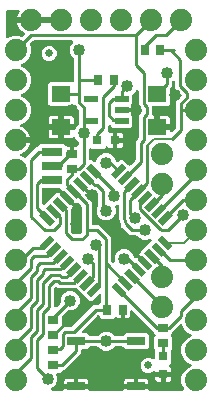
<source format=gbr>
G04 EAGLE Gerber RS-274X export*
G75*
%MOMM*%
%FSLAX34Y34*%
%LPD*%
%INTop Copper*%
%IPPOS*%
%AMOC8*
5,1,8,0,0,1.08239X$1,22.5*%
G01*
%ADD10R,0.900000X0.700000*%
%ADD11R,1.600000X1.400000*%
%ADD12R,0.700000X0.900000*%
%ADD13R,0.800000X0.800000*%
%ADD14R,1.524000X0.762000*%
%ADD15R,1.200000X0.550000*%
%ADD16C,1.879600*%
%ADD17R,1.700000X0.700000*%
%ADD18R,1.270000X0.558800*%
%ADD19R,0.558800X1.270000*%
%ADD20C,0.635000*%
%ADD21C,0.254000*%
%ADD22C,1.016000*%
%ADD23C,0.203200*%

G36*
X52188Y4080D02*
X52188Y4080D01*
X52307Y4087D01*
X52345Y4100D01*
X52386Y4105D01*
X52496Y4148D01*
X52609Y4185D01*
X52644Y4207D01*
X52681Y4222D01*
X52777Y4291D01*
X52878Y4355D01*
X52906Y4385D01*
X52939Y4408D01*
X53015Y4500D01*
X53096Y4587D01*
X53116Y4622D01*
X53141Y4653D01*
X53192Y4761D01*
X53250Y4865D01*
X53260Y4905D01*
X53277Y4941D01*
X53299Y5058D01*
X53329Y5173D01*
X53333Y5233D01*
X53337Y5253D01*
X53335Y5274D01*
X53339Y5334D01*
X53339Y5716D01*
X62865Y5716D01*
X62983Y5731D01*
X63102Y5738D01*
X63140Y5750D01*
X63180Y5756D01*
X63291Y5799D01*
X63404Y5836D01*
X63438Y5858D01*
X63476Y5873D01*
X63502Y5891D01*
X63562Y5863D01*
X63667Y5805D01*
X63706Y5795D01*
X63742Y5778D01*
X63859Y5756D01*
X63975Y5726D01*
X64035Y5722D01*
X64055Y5718D01*
X64075Y5720D01*
X64135Y5716D01*
X73661Y5716D01*
X73661Y5334D01*
X73676Y5216D01*
X73683Y5097D01*
X73696Y5059D01*
X73701Y5018D01*
X73744Y4908D01*
X73781Y4795D01*
X73803Y4760D01*
X73818Y4723D01*
X73887Y4627D01*
X73951Y4526D01*
X73981Y4498D01*
X74004Y4465D01*
X74096Y4389D01*
X74183Y4308D01*
X74218Y4288D01*
X74249Y4263D01*
X74357Y4212D01*
X74461Y4154D01*
X74501Y4144D01*
X74537Y4127D01*
X74654Y4105D01*
X74769Y4075D01*
X74829Y4071D01*
X74849Y4067D01*
X74870Y4069D01*
X74930Y4065D01*
X102870Y4065D01*
X102988Y4080D01*
X103107Y4087D01*
X103145Y4100D01*
X103186Y4105D01*
X103296Y4148D01*
X103409Y4185D01*
X103444Y4207D01*
X103481Y4222D01*
X103577Y4291D01*
X103678Y4355D01*
X103706Y4385D01*
X103739Y4408D01*
X103815Y4500D01*
X103896Y4587D01*
X103916Y4622D01*
X103941Y4653D01*
X103992Y4761D01*
X104050Y4865D01*
X104060Y4905D01*
X104077Y4941D01*
X104099Y5058D01*
X104129Y5173D01*
X104133Y5233D01*
X104137Y5253D01*
X104135Y5274D01*
X104139Y5334D01*
X104139Y5716D01*
X113665Y5716D01*
X113783Y5731D01*
X113902Y5738D01*
X113940Y5750D01*
X113980Y5756D01*
X114091Y5799D01*
X114204Y5836D01*
X114238Y5858D01*
X114276Y5873D01*
X114302Y5891D01*
X114362Y5863D01*
X114467Y5805D01*
X114506Y5795D01*
X114542Y5778D01*
X114659Y5756D01*
X114775Y5726D01*
X114835Y5722D01*
X114855Y5718D01*
X114875Y5720D01*
X114935Y5716D01*
X124461Y5716D01*
X124461Y5334D01*
X124476Y5216D01*
X124483Y5097D01*
X124496Y5059D01*
X124501Y5018D01*
X124544Y4908D01*
X124581Y4795D01*
X124603Y4760D01*
X124618Y4723D01*
X124687Y4627D01*
X124751Y4526D01*
X124781Y4498D01*
X124804Y4465D01*
X124896Y4389D01*
X124983Y4308D01*
X125018Y4288D01*
X125049Y4263D01*
X125157Y4212D01*
X125261Y4154D01*
X125301Y4144D01*
X125337Y4127D01*
X125454Y4105D01*
X125569Y4075D01*
X125629Y4071D01*
X125649Y4067D01*
X125670Y4069D01*
X125730Y4065D01*
X153305Y4065D01*
X153354Y4071D01*
X153404Y4069D01*
X153511Y4091D01*
X153621Y4105D01*
X153667Y4123D01*
X153715Y4133D01*
X153814Y4181D01*
X153916Y4222D01*
X153956Y4251D01*
X154001Y4273D01*
X154085Y4344D01*
X154174Y4408D01*
X154205Y4447D01*
X154243Y4479D01*
X154306Y4569D01*
X154376Y4653D01*
X154398Y4698D01*
X154426Y4739D01*
X154465Y4842D01*
X154512Y4941D01*
X154521Y4990D01*
X154539Y5036D01*
X154551Y5146D01*
X154572Y5253D01*
X154569Y5303D01*
X154574Y5352D01*
X154559Y5461D01*
X154552Y5571D01*
X154537Y5618D01*
X154530Y5667D01*
X154478Y5820D01*
X152653Y10224D01*
X152653Y15176D01*
X154548Y19750D01*
X158050Y23252D01*
X160405Y24227D01*
X160525Y24296D01*
X160648Y24361D01*
X160663Y24375D01*
X160681Y24385D01*
X160781Y24482D01*
X160884Y24575D01*
X160895Y24592D01*
X160909Y24606D01*
X160982Y24725D01*
X161058Y24841D01*
X161065Y24860D01*
X161076Y24877D01*
X161116Y25010D01*
X161162Y25142D01*
X161163Y25162D01*
X161169Y25181D01*
X161176Y25320D01*
X161187Y25459D01*
X161183Y25479D01*
X161184Y25499D01*
X161156Y25635D01*
X161132Y25772D01*
X161124Y25791D01*
X161120Y25810D01*
X161059Y25936D01*
X161002Y26062D01*
X160989Y26078D01*
X160980Y26096D01*
X160890Y26202D01*
X160803Y26310D01*
X160787Y26323D01*
X160774Y26338D01*
X160660Y26418D01*
X160549Y26502D01*
X160524Y26514D01*
X160514Y26521D01*
X160495Y26528D01*
X160405Y26573D01*
X158050Y27548D01*
X154548Y31050D01*
X152653Y35624D01*
X152653Y40576D01*
X154548Y45150D01*
X158050Y48652D01*
X160405Y49627D01*
X160525Y49696D01*
X160648Y49761D01*
X160663Y49775D01*
X160681Y49785D01*
X160781Y49882D01*
X160884Y49975D01*
X160895Y49992D01*
X160909Y50006D01*
X160982Y50125D01*
X161058Y50241D01*
X161065Y50260D01*
X161076Y50277D01*
X161116Y50410D01*
X161162Y50542D01*
X161163Y50562D01*
X161169Y50581D01*
X161176Y50720D01*
X161187Y50859D01*
X161183Y50879D01*
X161184Y50899D01*
X161156Y51035D01*
X161132Y51172D01*
X161124Y51191D01*
X161120Y51210D01*
X161059Y51336D01*
X161002Y51462D01*
X160989Y51478D01*
X160980Y51496D01*
X160890Y51602D01*
X160803Y51710D01*
X160787Y51723D01*
X160774Y51738D01*
X160660Y51818D01*
X160549Y51902D01*
X160524Y51914D01*
X160514Y51921D01*
X160495Y51928D01*
X160405Y51973D01*
X158050Y52948D01*
X154548Y56450D01*
X153254Y59574D01*
X153229Y59617D01*
X153212Y59664D01*
X153151Y59755D01*
X153096Y59851D01*
X153062Y59886D01*
X153034Y59927D01*
X152951Y60000D01*
X152875Y60079D01*
X152833Y60105D01*
X152795Y60138D01*
X152697Y60188D01*
X152604Y60245D01*
X152556Y60260D01*
X152512Y60282D01*
X152405Y60307D01*
X152300Y60339D01*
X152250Y60341D01*
X152202Y60352D01*
X152092Y60349D01*
X151982Y60354D01*
X151934Y60344D01*
X151884Y60342D01*
X151778Y60312D01*
X151671Y60290D01*
X151626Y60268D01*
X151578Y60254D01*
X151484Y60198D01*
X151385Y60150D01*
X151347Y60118D01*
X151305Y60092D01*
X151184Y59986D01*
X145080Y53883D01*
X145020Y53805D01*
X144952Y53732D01*
X144923Y53679D01*
X144886Y53632D01*
X144846Y53541D01*
X144798Y53454D01*
X144783Y53395D01*
X144759Y53340D01*
X144744Y53242D01*
X144719Y53146D01*
X144713Y53046D01*
X144709Y53026D01*
X144711Y53013D01*
X144709Y52985D01*
X144709Y52537D01*
X143869Y51698D01*
X143796Y51604D01*
X143717Y51514D01*
X143699Y51478D01*
X143674Y51446D01*
X143627Y51337D01*
X143573Y51231D01*
X143564Y51192D01*
X143548Y51154D01*
X143529Y51037D01*
X143503Y50921D01*
X143504Y50880D01*
X143498Y50840D01*
X143509Y50722D01*
X143513Y50603D01*
X143524Y50564D01*
X143528Y50524D01*
X143568Y50411D01*
X143601Y50297D01*
X143622Y50263D01*
X143635Y50224D01*
X143702Y50126D01*
X143763Y50023D01*
X143803Y49978D01*
X143814Y49961D01*
X143829Y49948D01*
X143869Y49903D01*
X144709Y49063D01*
X144709Y39537D01*
X144580Y39409D01*
X144520Y39331D01*
X144452Y39259D01*
X144423Y39206D01*
X144386Y39158D01*
X144346Y39067D01*
X144298Y38980D01*
X144283Y38921D01*
X144259Y38866D01*
X144244Y38768D01*
X144219Y38672D01*
X144213Y38572D01*
X144209Y38552D01*
X144211Y38539D01*
X144209Y38511D01*
X144209Y27637D01*
X142485Y25914D01*
X142408Y25814D01*
X142326Y25719D01*
X142311Y25689D01*
X142290Y25662D01*
X142240Y25547D01*
X142184Y25434D01*
X142177Y25401D01*
X142164Y25370D01*
X142144Y25246D01*
X142118Y25123D01*
X142119Y25090D01*
X142114Y25056D01*
X142126Y24931D01*
X142131Y24805D01*
X142141Y24773D01*
X142144Y24740D01*
X142186Y24621D01*
X142223Y24501D01*
X142240Y24472D01*
X142251Y24440D01*
X142322Y24336D01*
X142387Y24229D01*
X142411Y24205D01*
X142430Y24177D01*
X142524Y24094D01*
X142614Y24006D01*
X142655Y23979D01*
X142668Y23967D01*
X142688Y23957D01*
X142713Y23940D01*
X143193Y23460D01*
X143528Y22881D01*
X143701Y22234D01*
X143701Y19899D01*
X137890Y19899D01*
X137772Y19884D01*
X137653Y19877D01*
X137615Y19864D01*
X137575Y19859D01*
X137464Y19816D01*
X137351Y19779D01*
X137317Y19757D01*
X137279Y19742D01*
X137183Y19673D01*
X137166Y19662D01*
X137142Y19676D01*
X137110Y19701D01*
X137003Y19752D01*
X136898Y19810D01*
X136859Y19820D01*
X136823Y19837D01*
X136706Y19859D01*
X136590Y19889D01*
X136530Y19893D01*
X136510Y19897D01*
X136490Y19895D01*
X136430Y19899D01*
X130595Y19899D01*
X130589Y19970D01*
X130582Y19989D01*
X130579Y20009D01*
X130528Y20138D01*
X130481Y20269D01*
X130470Y20286D01*
X130462Y20305D01*
X130381Y20417D01*
X130303Y20532D01*
X130287Y20546D01*
X130276Y20562D01*
X130169Y20650D01*
X130064Y20743D01*
X130046Y20752D01*
X130031Y20765D01*
X129905Y20824D01*
X129781Y20887D01*
X129761Y20892D01*
X129743Y20900D01*
X129606Y20926D01*
X129471Y20957D01*
X129450Y20956D01*
X129431Y20960D01*
X129292Y20951D01*
X129153Y20947D01*
X129133Y20942D01*
X129113Y20940D01*
X128981Y20897D01*
X128847Y20859D01*
X128830Y20849D01*
X128811Y20842D01*
X128693Y20768D01*
X128573Y20697D01*
X128552Y20679D01*
X128542Y20672D01*
X128528Y20657D01*
X128453Y20591D01*
X127985Y20124D01*
X125698Y19176D01*
X123222Y19176D01*
X120935Y20124D01*
X119184Y21875D01*
X118236Y24162D01*
X118236Y26638D01*
X119184Y28925D01*
X120935Y30676D01*
X123222Y31624D01*
X125698Y31624D01*
X128011Y30666D01*
X128054Y30632D01*
X128161Y30543D01*
X128180Y30535D01*
X128196Y30522D01*
X128324Y30467D01*
X128449Y30408D01*
X128469Y30404D01*
X128488Y30396D01*
X128625Y30374D01*
X128762Y30348D01*
X128782Y30349D01*
X128802Y30346D01*
X128940Y30359D01*
X129079Y30368D01*
X129098Y30374D01*
X129118Y30376D01*
X129250Y30423D01*
X129381Y30466D01*
X129398Y30477D01*
X129418Y30483D01*
X129533Y30562D01*
X129650Y30636D01*
X129664Y30651D01*
X129681Y30662D01*
X129773Y30766D01*
X129868Y30868D01*
X129878Y30885D01*
X129891Y30900D01*
X129954Y31024D01*
X130022Y31146D01*
X130027Y31165D01*
X130036Y31184D01*
X130066Y31320D01*
X130101Y31454D01*
X130103Y31482D01*
X130106Y31494D01*
X130105Y31514D01*
X130111Y31615D01*
X130111Y38511D01*
X130099Y38610D01*
X130096Y38709D01*
X130079Y38767D01*
X130071Y38827D01*
X130035Y38919D01*
X130007Y39014D01*
X129977Y39066D01*
X129954Y39123D01*
X129896Y39203D01*
X129846Y39288D01*
X129780Y39363D01*
X129768Y39380D01*
X129758Y39388D01*
X129740Y39409D01*
X129611Y39537D01*
X129611Y49063D01*
X130451Y49903D01*
X130524Y49997D01*
X130603Y50086D01*
X130621Y50122D01*
X130646Y50154D01*
X130693Y50263D01*
X130747Y50369D01*
X130756Y50408D01*
X130772Y50446D01*
X130791Y50563D01*
X130817Y50679D01*
X130816Y50720D01*
X130822Y50760D01*
X130811Y50878D01*
X130807Y50997D01*
X130796Y51036D01*
X130792Y51076D01*
X130752Y51188D01*
X130719Y51303D01*
X130698Y51338D01*
X130685Y51376D01*
X130618Y51474D01*
X130557Y51577D01*
X130518Y51622D01*
X130506Y51639D01*
X130491Y51652D01*
X130451Y51698D01*
X129611Y52537D01*
X129611Y52756D01*
X129599Y52855D01*
X129596Y52954D01*
X129579Y53012D01*
X129571Y53072D01*
X129535Y53164D01*
X129507Y53259D01*
X129477Y53311D01*
X129454Y53368D01*
X129396Y53448D01*
X129346Y53533D01*
X129280Y53608D01*
X129268Y53625D01*
X129258Y53633D01*
X129240Y53654D01*
X127011Y55883D01*
X111227Y71666D01*
X111118Y71751D01*
X111011Y71840D01*
X110992Y71849D01*
X110976Y71861D01*
X110849Y71917D01*
X110723Y71976D01*
X110703Y71980D01*
X110684Y71988D01*
X110546Y72010D01*
X110410Y72036D01*
X110390Y72034D01*
X110370Y72038D01*
X110231Y72024D01*
X110093Y72016D01*
X110074Y72010D01*
X110054Y72008D01*
X109922Y71961D01*
X109791Y71918D01*
X109773Y71907D01*
X109754Y71900D01*
X109639Y71822D01*
X109522Y71748D01*
X109508Y71733D01*
X109491Y71722D01*
X109399Y71618D01*
X109304Y71516D01*
X109294Y71498D01*
X109281Y71483D01*
X109218Y71359D01*
X109150Y71238D01*
X109145Y71218D01*
X109136Y71200D01*
X109106Y71064D01*
X109071Y70930D01*
X109069Y70902D01*
X109066Y70890D01*
X109067Y70869D01*
X109061Y70769D01*
X109061Y67556D01*
X108888Y66909D01*
X108553Y66330D01*
X108080Y65857D01*
X107501Y65522D01*
X106854Y65349D01*
X104769Y65349D01*
X104769Y71910D01*
X104754Y72028D01*
X104747Y72147D01*
X104734Y72185D01*
X104729Y72225D01*
X104686Y72336D01*
X104649Y72449D01*
X104627Y72483D01*
X104612Y72521D01*
X104543Y72617D01*
X104479Y72718D01*
X104449Y72746D01*
X104426Y72778D01*
X104334Y72854D01*
X104247Y72936D01*
X104212Y72955D01*
X104181Y72981D01*
X104073Y73032D01*
X103969Y73089D01*
X103929Y73099D01*
X103893Y73117D01*
X103776Y73139D01*
X103661Y73169D01*
X103601Y73173D01*
X103581Y73176D01*
X103560Y73175D01*
X103500Y73179D01*
X102540Y73179D01*
X102422Y73164D01*
X102303Y73157D01*
X102265Y73144D01*
X102224Y73139D01*
X102114Y73095D01*
X102001Y73059D01*
X101966Y73037D01*
X101929Y73022D01*
X101832Y72952D01*
X101732Y72889D01*
X101704Y72859D01*
X101671Y72835D01*
X101595Y72744D01*
X101514Y72657D01*
X101494Y72622D01*
X101469Y72590D01*
X101418Y72483D01*
X101360Y72378D01*
X101350Y72339D01*
X101333Y72303D01*
X101311Y72186D01*
X101281Y72070D01*
X101277Y72010D01*
X101273Y71990D01*
X101275Y71970D01*
X101271Y71910D01*
X101271Y65349D01*
X99186Y65349D01*
X98539Y65522D01*
X97960Y65857D01*
X97777Y66040D01*
X97683Y66113D01*
X97593Y66192D01*
X97557Y66210D01*
X97526Y66235D01*
X97416Y66282D01*
X97310Y66337D01*
X97271Y66345D01*
X97234Y66361D01*
X97116Y66380D01*
X97000Y66406D01*
X96959Y66405D01*
X96920Y66411D01*
X96801Y66400D01*
X96682Y66397D01*
X96643Y66385D01*
X96603Y66381D01*
X96491Y66341D01*
X96377Y66308D01*
X96342Y66288D01*
X96304Y66274D01*
X96205Y66207D01*
X96103Y66147D01*
X96057Y66107D01*
X96041Y66095D01*
X96027Y66080D01*
X95982Y66040D01*
X94783Y64841D01*
X85257Y64841D01*
X83471Y66627D01*
X83471Y66679D01*
X83454Y66817D01*
X83441Y66956D01*
X83434Y66975D01*
X83431Y66995D01*
X83380Y67124D01*
X83333Y67255D01*
X83322Y67272D01*
X83314Y67291D01*
X83233Y67403D01*
X83155Y67518D01*
X83139Y67532D01*
X83128Y67548D01*
X83020Y67637D01*
X82916Y67729D01*
X82898Y67738D01*
X82883Y67751D01*
X82757Y67810D01*
X82633Y67873D01*
X82613Y67878D01*
X82595Y67886D01*
X82459Y67912D01*
X82323Y67943D01*
X82302Y67942D01*
X82283Y67946D01*
X82144Y67937D01*
X82005Y67933D01*
X81985Y67928D01*
X81965Y67926D01*
X81833Y67884D01*
X81699Y67845D01*
X81682Y67835D01*
X81663Y67828D01*
X81545Y67754D01*
X81425Y67683D01*
X81404Y67665D01*
X81394Y67658D01*
X81380Y67643D01*
X81305Y67577D01*
X68473Y54745D01*
X68388Y54636D01*
X68299Y54529D01*
X68291Y54510D01*
X68278Y54494D01*
X68223Y54366D01*
X68164Y54241D01*
X68160Y54221D01*
X68152Y54202D01*
X68130Y54064D01*
X68104Y53928D01*
X68105Y53908D01*
X68102Y53888D01*
X68115Y53749D01*
X68124Y53611D01*
X68130Y53592D01*
X68132Y53572D01*
X68179Y53440D01*
X68222Y53309D01*
X68232Y53291D01*
X68239Y53272D01*
X68317Y53157D01*
X68392Y53040D01*
X68407Y53026D01*
X68418Y53009D01*
X68522Y52917D01*
X68623Y52822D01*
X68641Y52812D01*
X68656Y52799D01*
X68780Y52735D01*
X68902Y52668D01*
X68922Y52663D01*
X68940Y52654D01*
X69075Y52624D01*
X69210Y52589D01*
X69238Y52587D01*
X69250Y52584D01*
X69270Y52585D01*
X69371Y52579D01*
X72383Y52579D01*
X74455Y50507D01*
X74459Y50500D01*
X74489Y50472D01*
X74512Y50439D01*
X74604Y50363D01*
X74691Y50282D01*
X74726Y50262D01*
X74757Y50237D01*
X74865Y50186D01*
X74969Y50128D01*
X75009Y50118D01*
X75045Y50101D01*
X75162Y50079D01*
X75277Y50049D01*
X75337Y50045D01*
X75357Y50041D01*
X75378Y50043D01*
X75438Y50039D01*
X81197Y50039D01*
X81295Y50051D01*
X81394Y50054D01*
X81453Y50071D01*
X81513Y50079D01*
X81605Y50115D01*
X81700Y50143D01*
X81752Y50173D01*
X81808Y50196D01*
X81888Y50254D01*
X81974Y50304D01*
X82049Y50370D01*
X82066Y50382D01*
X82074Y50392D01*
X82095Y50410D01*
X84295Y52611D01*
X87283Y53849D01*
X90517Y53849D01*
X93505Y52611D01*
X95705Y50410D01*
X95784Y50350D01*
X95856Y50282D01*
X95909Y50253D01*
X95957Y50216D01*
X96048Y50176D01*
X96134Y50128D01*
X96193Y50113D01*
X96248Y50089D01*
X96346Y50074D01*
X96442Y50049D01*
X96542Y50043D01*
X96563Y50039D01*
X96575Y50041D01*
X96603Y50039D01*
X102362Y50039D01*
X102480Y50054D01*
X102599Y50061D01*
X102637Y50074D01*
X102678Y50079D01*
X102788Y50122D01*
X102901Y50159D01*
X102936Y50181D01*
X102973Y50196D01*
X103069Y50265D01*
X103170Y50329D01*
X103198Y50359D01*
X103231Y50382D01*
X103277Y50439D01*
X105417Y52579D01*
X123183Y52579D01*
X124969Y50793D01*
X124969Y40647D01*
X123183Y38861D01*
X105417Y38861D01*
X103345Y40933D01*
X103341Y40940D01*
X103311Y40968D01*
X103288Y41001D01*
X103196Y41077D01*
X103109Y41158D01*
X103074Y41178D01*
X103043Y41203D01*
X102935Y41254D01*
X102831Y41312D01*
X102791Y41322D01*
X102755Y41339D01*
X102638Y41361D01*
X102523Y41391D01*
X102463Y41395D01*
X102443Y41399D01*
X102422Y41397D01*
X102362Y41401D01*
X96603Y41401D01*
X96505Y41389D01*
X96406Y41386D01*
X96347Y41369D01*
X96287Y41361D01*
X96195Y41325D01*
X96100Y41297D01*
X96048Y41267D01*
X95992Y41244D01*
X95912Y41186D01*
X95826Y41136D01*
X95751Y41070D01*
X95734Y41058D01*
X95726Y41048D01*
X95705Y41030D01*
X93505Y38829D01*
X90517Y37591D01*
X87283Y37591D01*
X84295Y38829D01*
X82095Y41030D01*
X82016Y41090D01*
X81944Y41158D01*
X81891Y41187D01*
X81843Y41224D01*
X81752Y41264D01*
X81666Y41312D01*
X81607Y41327D01*
X81552Y41351D01*
X81454Y41366D01*
X81358Y41391D01*
X81258Y41397D01*
X81237Y41401D01*
X81225Y41399D01*
X81197Y41401D01*
X75438Y41401D01*
X75320Y41386D01*
X75201Y41379D01*
X75163Y41366D01*
X75122Y41361D01*
X75012Y41318D01*
X74899Y41281D01*
X74864Y41259D01*
X74827Y41244D01*
X74731Y41175D01*
X74630Y41111D01*
X74602Y41081D01*
X74569Y41058D01*
X74523Y41001D01*
X72383Y38861D01*
X69088Y38861D01*
X68970Y38846D01*
X68851Y38839D01*
X68813Y38826D01*
X68772Y38821D01*
X68662Y38778D01*
X68549Y38741D01*
X68514Y38719D01*
X68477Y38704D01*
X68381Y38635D01*
X68280Y38571D01*
X68252Y38541D01*
X68219Y38518D01*
X68143Y38426D01*
X68062Y38339D01*
X68042Y38304D01*
X68017Y38273D01*
X67966Y38165D01*
X67908Y38061D01*
X67898Y38021D01*
X67881Y37985D01*
X67859Y37868D01*
X67829Y37753D01*
X67825Y37693D01*
X67821Y37673D01*
X67823Y37652D01*
X67819Y37592D01*
X67819Y36057D01*
X52947Y21185D01*
X52715Y21185D01*
X52616Y21173D01*
X52517Y21170D01*
X52459Y21153D01*
X52399Y21145D01*
X52307Y21109D01*
X52212Y21081D01*
X52160Y21051D01*
X52103Y21028D01*
X52023Y20970D01*
X51938Y20920D01*
X51863Y20854D01*
X51846Y20842D01*
X51838Y20832D01*
X51817Y20814D01*
X49959Y18955D01*
X48003Y18955D01*
X47954Y18949D01*
X47904Y18951D01*
X47797Y18929D01*
X47688Y18915D01*
X47641Y18897D01*
X47593Y18887D01*
X47494Y18839D01*
X47392Y18798D01*
X47352Y18769D01*
X47307Y18747D01*
X47223Y18676D01*
X47135Y18612D01*
X47103Y18573D01*
X47065Y18541D01*
X47002Y18451D01*
X46932Y18367D01*
X46911Y18322D01*
X46882Y18281D01*
X46843Y18178D01*
X46796Y18079D01*
X46787Y18030D01*
X46769Y17984D01*
X46757Y17874D01*
X46736Y17767D01*
X46739Y17717D01*
X46734Y17668D01*
X46749Y17559D01*
X46756Y17449D01*
X46771Y17402D01*
X46778Y17353D01*
X46830Y17200D01*
X47499Y15587D01*
X47499Y12353D01*
X46261Y9365D01*
X43975Y7079D01*
X42593Y6507D01*
X42532Y6472D01*
X42468Y6446D01*
X42395Y6394D01*
X42317Y6349D01*
X42267Y6301D01*
X42210Y6260D01*
X42153Y6190D01*
X42089Y6128D01*
X42052Y6068D01*
X42008Y6015D01*
X41969Y5933D01*
X41922Y5857D01*
X41902Y5790D01*
X41872Y5727D01*
X41855Y5639D01*
X41829Y5553D01*
X41825Y5483D01*
X41812Y5414D01*
X41818Y5325D01*
X41813Y5235D01*
X41828Y5167D01*
X41832Y5097D01*
X41860Y5012D01*
X41878Y4924D01*
X41908Y4861D01*
X41930Y4795D01*
X41978Y4719D01*
X42018Y4638D01*
X42063Y4585D01*
X42100Y4526D01*
X42166Y4464D01*
X42224Y4396D01*
X42281Y4356D01*
X42332Y4308D01*
X42410Y4265D01*
X42484Y4213D01*
X42549Y4188D01*
X42610Y4154D01*
X42697Y4132D01*
X42781Y4100D01*
X42851Y4092D01*
X42918Y4075D01*
X43079Y4065D01*
X52070Y4065D01*
X52188Y4080D01*
G37*
G36*
X20313Y200937D02*
X20313Y200937D01*
X20443Y200935D01*
X20472Y200942D01*
X20501Y200943D01*
X20626Y200979D01*
X20752Y201009D01*
X20778Y201023D01*
X20807Y201031D01*
X20918Y201097D01*
X21033Y201158D01*
X21055Y201178D01*
X21081Y201193D01*
X21201Y201299D01*
X23983Y204080D01*
X30531Y210629D01*
X30661Y210629D01*
X30760Y210641D01*
X30859Y210644D01*
X30917Y210661D01*
X30977Y210669D01*
X31069Y210705D01*
X31164Y210733D01*
X31216Y210763D01*
X31273Y210786D01*
X31353Y210844D01*
X31438Y210894D01*
X31513Y210960D01*
X31530Y210972D01*
X31538Y210982D01*
X31559Y211000D01*
X33417Y212859D01*
X52943Y212859D01*
X54769Y211032D01*
X54847Y210972D01*
X54919Y210904D01*
X54972Y210875D01*
X55020Y210838D01*
X55111Y210798D01*
X55198Y210750D01*
X55256Y210735D01*
X55312Y210711D01*
X55410Y210696D01*
X55506Y210671D01*
X55606Y210665D01*
X55626Y210661D01*
X55639Y210663D01*
X55667Y210661D01*
X57941Y210661D01*
X57941Y206369D01*
X55998Y206369D01*
X55880Y206354D01*
X55761Y206347D01*
X55723Y206334D01*
X55682Y206329D01*
X55572Y206286D01*
X55459Y206249D01*
X55424Y206227D01*
X55387Y206212D01*
X55291Y206143D01*
X55190Y206079D01*
X55162Y206049D01*
X55129Y206026D01*
X55053Y205934D01*
X54972Y205847D01*
X54952Y205812D01*
X54927Y205781D01*
X54876Y205673D01*
X54818Y205569D01*
X54808Y205529D01*
X54791Y205493D01*
X54769Y205376D01*
X54739Y205261D01*
X54735Y205201D01*
X54731Y205181D01*
X54733Y205160D01*
X54729Y205100D01*
X54729Y204140D01*
X54744Y204022D01*
X54751Y203903D01*
X54764Y203865D01*
X54769Y203824D01*
X54812Y203714D01*
X54849Y203601D01*
X54871Y203566D01*
X54886Y203529D01*
X54955Y203432D01*
X55019Y203332D01*
X55049Y203304D01*
X55072Y203271D01*
X55164Y203195D01*
X55251Y203114D01*
X55286Y203094D01*
X55317Y203069D01*
X55425Y203018D01*
X55529Y202960D01*
X55569Y202950D01*
X55605Y202933D01*
X55722Y202911D01*
X55837Y202881D01*
X55897Y202877D01*
X55917Y202873D01*
X55938Y202875D01*
X55998Y202871D01*
X59210Y202871D01*
X59328Y202886D01*
X59447Y202893D01*
X59485Y202905D01*
X59525Y202911D01*
X59636Y202954D01*
X59749Y202991D01*
X59783Y203013D01*
X59821Y203028D01*
X59917Y203097D01*
X60018Y203161D01*
X60046Y203191D01*
X60078Y203214D01*
X60154Y203306D01*
X60236Y203393D01*
X60255Y203428D01*
X60281Y203459D01*
X60332Y203567D01*
X60389Y203671D01*
X60399Y203711D01*
X60417Y203747D01*
X60439Y203864D01*
X60445Y203866D01*
X60486Y203871D01*
X60596Y203915D01*
X60709Y203951D01*
X60744Y203973D01*
X60781Y203988D01*
X60877Y204058D01*
X60978Y204121D01*
X61006Y204151D01*
X61039Y204175D01*
X61115Y204266D01*
X61196Y204353D01*
X61216Y204388D01*
X61241Y204420D01*
X61292Y204527D01*
X61350Y204632D01*
X61360Y204671D01*
X61377Y204707D01*
X61399Y204824D01*
X61429Y204940D01*
X61433Y205000D01*
X61437Y205020D01*
X61435Y205040D01*
X61439Y205100D01*
X61439Y210661D01*
X64262Y210661D01*
X64380Y210676D01*
X64499Y210683D01*
X64537Y210696D01*
X64578Y210701D01*
X64688Y210744D01*
X64801Y210781D01*
X64836Y210803D01*
X64873Y210818D01*
X64969Y210887D01*
X65070Y210951D01*
X65098Y210981D01*
X65131Y211004D01*
X65207Y211096D01*
X65288Y211183D01*
X65308Y211218D01*
X65333Y211249D01*
X65384Y211357D01*
X65442Y211461D01*
X65452Y211501D01*
X65469Y211537D01*
X65491Y211654D01*
X65521Y211769D01*
X65525Y211829D01*
X65529Y211849D01*
X65527Y211870D01*
X65531Y211930D01*
X65531Y214039D01*
X65519Y214137D01*
X65516Y214236D01*
X65499Y214295D01*
X65491Y214355D01*
X65455Y214447D01*
X65427Y214542D01*
X65397Y214594D01*
X65374Y214650D01*
X65316Y214731D01*
X65266Y214816D01*
X65200Y214891D01*
X65188Y214908D01*
X65178Y214916D01*
X65160Y214937D01*
X62959Y217137D01*
X62594Y218019D01*
X62569Y218062D01*
X62552Y218109D01*
X62491Y218200D01*
X62436Y218295D01*
X62402Y218331D01*
X62374Y218372D01*
X62291Y218445D01*
X62215Y218523D01*
X62173Y218549D01*
X62135Y218582D01*
X62037Y218632D01*
X61944Y218690D01*
X61896Y218704D01*
X61852Y218727D01*
X61745Y218751D01*
X61640Y218783D01*
X61590Y218786D01*
X61542Y218797D01*
X61432Y218793D01*
X61322Y218798D01*
X61273Y218788D01*
X61224Y218787D01*
X61119Y218756D01*
X61011Y218734D01*
X60966Y218712D01*
X60918Y218698D01*
X60824Y218643D01*
X60725Y218594D01*
X60687Y218562D01*
X60644Y218537D01*
X60524Y218430D01*
X60360Y218267D01*
X59781Y217932D01*
X59134Y217759D01*
X53339Y217759D01*
X53339Y224761D01*
X61454Y224761D01*
X61483Y224765D01*
X61513Y224762D01*
X61640Y224784D01*
X61769Y224801D01*
X61797Y224811D01*
X61826Y224817D01*
X61944Y224870D01*
X62065Y224918D01*
X62089Y224935D01*
X62116Y224947D01*
X62217Y225028D01*
X62322Y225105D01*
X62341Y225127D01*
X62364Y225146D01*
X62442Y225249D01*
X62525Y225349D01*
X62538Y225376D01*
X62556Y225400D01*
X62626Y225544D01*
X62959Y226347D01*
X65160Y228547D01*
X65220Y228626D01*
X65288Y228698D01*
X65317Y228751D01*
X65354Y228799D01*
X65394Y228890D01*
X65442Y228976D01*
X65457Y229035D01*
X65481Y229090D01*
X65496Y229188D01*
X65521Y229284D01*
X65527Y229384D01*
X65531Y229405D01*
X65529Y229417D01*
X65531Y229445D01*
X65531Y241423D01*
X65519Y241522D01*
X65516Y241621D01*
X65510Y241643D01*
X65509Y241651D01*
X65498Y241684D01*
X65491Y241739D01*
X65455Y241831D01*
X65427Y241926D01*
X65397Y241978D01*
X65374Y242035D01*
X65316Y242115D01*
X65266Y242200D01*
X65200Y242275D01*
X65188Y242292D01*
X65178Y242300D01*
X65160Y242321D01*
X62043Y245437D01*
X61949Y245510D01*
X61860Y245589D01*
X61824Y245607D01*
X61792Y245632D01*
X61683Y245679D01*
X61577Y245733D01*
X61537Y245742D01*
X61500Y245758D01*
X61383Y245777D01*
X61267Y245803D01*
X61226Y245802D01*
X61186Y245808D01*
X61067Y245797D01*
X60949Y245793D01*
X60910Y245782D01*
X60870Y245778D01*
X60757Y245738D01*
X60643Y245705D01*
X60608Y245684D01*
X60570Y245671D01*
X60472Y245604D01*
X60369Y245543D01*
X60324Y245503D01*
X60307Y245492D01*
X60294Y245477D01*
X60248Y245437D01*
X60063Y245251D01*
X41537Y245251D01*
X39751Y247037D01*
X39751Y263563D01*
X41537Y265349D01*
X60452Y265349D01*
X60570Y265364D01*
X60689Y265371D01*
X60727Y265384D01*
X60768Y265389D01*
X60878Y265432D01*
X60991Y265469D01*
X61026Y265491D01*
X61063Y265506D01*
X61159Y265575D01*
X61260Y265639D01*
X61288Y265669D01*
X61321Y265692D01*
X61397Y265784D01*
X61478Y265871D01*
X61498Y265906D01*
X61523Y265937D01*
X61574Y266045D01*
X61632Y266149D01*
X61642Y266189D01*
X61659Y266225D01*
X61681Y266342D01*
X61711Y266457D01*
X61715Y266517D01*
X61719Y266537D01*
X61717Y266558D01*
X61721Y266618D01*
X61721Y284397D01*
X61709Y284495D01*
X61706Y284594D01*
X61689Y284653D01*
X61681Y284713D01*
X61645Y284805D01*
X61617Y284900D01*
X61587Y284952D01*
X61564Y285008D01*
X61506Y285089D01*
X61456Y285174D01*
X61390Y285249D01*
X61378Y285266D01*
X61368Y285274D01*
X61350Y285295D01*
X59149Y287495D01*
X57911Y290483D01*
X57911Y293717D01*
X59149Y296705D01*
X60759Y298315D01*
X60844Y298424D01*
X60933Y298531D01*
X60941Y298550D01*
X60954Y298566D01*
X61009Y298694D01*
X61068Y298819D01*
X61072Y298839D01*
X61080Y298858D01*
X61102Y298996D01*
X61128Y299132D01*
X61127Y299152D01*
X61130Y299172D01*
X61117Y299311D01*
X61108Y299449D01*
X61102Y299468D01*
X61100Y299488D01*
X61053Y299620D01*
X61010Y299751D01*
X60999Y299769D01*
X60992Y299788D01*
X60914Y299903D01*
X60840Y300020D01*
X60825Y300034D01*
X60814Y300051D01*
X60710Y300143D01*
X60608Y300238D01*
X60591Y300248D01*
X60575Y300261D01*
X60451Y300325D01*
X60330Y300392D01*
X60310Y300397D01*
X60292Y300406D01*
X60156Y300436D01*
X60022Y300471D01*
X59994Y300473D01*
X59982Y300476D01*
X59961Y300475D01*
X59861Y300481D01*
X27715Y300481D01*
X27616Y300469D01*
X27517Y300466D01*
X27459Y300449D01*
X27399Y300441D01*
X27307Y300405D01*
X27212Y300377D01*
X27160Y300347D01*
X27103Y300324D01*
X27023Y300266D01*
X26938Y300216D01*
X26863Y300150D01*
X26846Y300138D01*
X26838Y300128D01*
X26817Y300110D01*
X24615Y297907D01*
X24597Y297884D01*
X24574Y297865D01*
X24499Y297759D01*
X24420Y297656D01*
X24408Y297629D01*
X24391Y297605D01*
X24345Y297483D01*
X24294Y297364D01*
X24289Y297335D01*
X24279Y297307D01*
X24264Y297178D01*
X24244Y297050D01*
X24247Y297021D01*
X24243Y296991D01*
X24261Y296863D01*
X24274Y296733D01*
X24284Y296706D01*
X24288Y296676D01*
X24340Y296524D01*
X25147Y294576D01*
X25147Y289624D01*
X23252Y285050D01*
X19750Y281548D01*
X17395Y280573D01*
X17275Y280504D01*
X17152Y280439D01*
X17137Y280425D01*
X17119Y280415D01*
X17019Y280318D01*
X16916Y280225D01*
X16905Y280208D01*
X16891Y280194D01*
X16818Y280075D01*
X16742Y279959D01*
X16735Y279940D01*
X16724Y279923D01*
X16684Y279790D01*
X16638Y279658D01*
X16637Y279638D01*
X16631Y279619D01*
X16624Y279480D01*
X16613Y279341D01*
X16617Y279321D01*
X16616Y279301D01*
X16644Y279165D01*
X16668Y279028D01*
X16676Y279009D01*
X16680Y278990D01*
X16741Y278864D01*
X16798Y278738D01*
X16811Y278722D01*
X16820Y278704D01*
X16910Y278598D01*
X16997Y278490D01*
X17013Y278477D01*
X17026Y278462D01*
X17140Y278382D01*
X17251Y278298D01*
X17276Y278286D01*
X17286Y278279D01*
X17305Y278272D01*
X17395Y278227D01*
X19750Y277252D01*
X23252Y273750D01*
X25147Y269176D01*
X25147Y264224D01*
X23252Y259650D01*
X19750Y256148D01*
X17395Y255173D01*
X17275Y255104D01*
X17152Y255039D01*
X17137Y255025D01*
X17119Y255015D01*
X17019Y254918D01*
X16916Y254825D01*
X16905Y254808D01*
X16891Y254794D01*
X16818Y254675D01*
X16742Y254559D01*
X16735Y254540D01*
X16724Y254523D01*
X16684Y254390D01*
X16638Y254258D01*
X16637Y254238D01*
X16631Y254219D01*
X16624Y254080D01*
X16613Y253941D01*
X16617Y253921D01*
X16616Y253901D01*
X16644Y253765D01*
X16668Y253628D01*
X16676Y253609D01*
X16680Y253590D01*
X16741Y253464D01*
X16798Y253338D01*
X16811Y253322D01*
X16820Y253304D01*
X16910Y253198D01*
X16997Y253090D01*
X17013Y253077D01*
X17026Y253062D01*
X17140Y252982D01*
X17251Y252898D01*
X17276Y252886D01*
X17286Y252879D01*
X17305Y252872D01*
X17395Y252827D01*
X19750Y251852D01*
X23252Y248350D01*
X25147Y243776D01*
X25147Y238824D01*
X23252Y234250D01*
X19750Y230748D01*
X16725Y229495D01*
X16699Y229480D01*
X16670Y229471D01*
X16561Y229401D01*
X16448Y229337D01*
X16427Y229316D01*
X16402Y229300D01*
X16313Y229206D01*
X16220Y229116D01*
X16204Y229090D01*
X16184Y229069D01*
X16121Y228955D01*
X16054Y228845D01*
X16045Y228816D01*
X16031Y228790D01*
X15998Y228665D01*
X15960Y228541D01*
X15959Y228511D01*
X15951Y228482D01*
X15951Y228352D01*
X15945Y228223D01*
X15951Y228194D01*
X15951Y228164D01*
X15983Y228039D01*
X16009Y227912D01*
X16022Y227885D01*
X16030Y227856D01*
X16092Y227743D01*
X16149Y227626D01*
X16168Y227603D01*
X16183Y227577D01*
X16271Y227483D01*
X16355Y227384D01*
X16380Y227367D01*
X16400Y227345D01*
X16509Y227276D01*
X16615Y227201D01*
X16643Y227190D01*
X16669Y227174D01*
X16818Y227115D01*
X17283Y226964D01*
X18957Y226111D01*
X20478Y225006D01*
X21806Y223678D01*
X22911Y222157D01*
X23764Y220483D01*
X24345Y218696D01*
X24385Y218439D01*
X13970Y218439D01*
X13852Y218424D01*
X13733Y218417D01*
X13695Y218404D01*
X13655Y218399D01*
X13544Y218356D01*
X13431Y218319D01*
X13397Y218297D01*
X13359Y218282D01*
X13263Y218212D01*
X13162Y218149D01*
X13134Y218119D01*
X13102Y218095D01*
X13026Y218004D01*
X12944Y217917D01*
X12925Y217882D01*
X12899Y217851D01*
X12848Y217743D01*
X12791Y217639D01*
X12780Y217599D01*
X12763Y217563D01*
X12741Y217446D01*
X12711Y217331D01*
X12707Y217270D01*
X12703Y217250D01*
X12705Y217230D01*
X12701Y217170D01*
X12701Y214630D01*
X12716Y214512D01*
X12723Y214393D01*
X12736Y214355D01*
X12741Y214314D01*
X12785Y214204D01*
X12821Y214091D01*
X12843Y214056D01*
X12858Y214019D01*
X12928Y213923D01*
X12991Y213822D01*
X13021Y213794D01*
X13045Y213761D01*
X13136Y213686D01*
X13223Y213604D01*
X13258Y213584D01*
X13290Y213559D01*
X13397Y213508D01*
X13502Y213450D01*
X13541Y213440D01*
X13577Y213423D01*
X13694Y213401D01*
X13809Y213371D01*
X13870Y213367D01*
X13890Y213363D01*
X13910Y213365D01*
X13970Y213361D01*
X24385Y213361D01*
X24345Y213104D01*
X23764Y211317D01*
X22911Y209643D01*
X21806Y208122D01*
X20478Y206794D01*
X18957Y205689D01*
X17283Y204836D01*
X16818Y204685D01*
X16791Y204672D01*
X16762Y204665D01*
X16648Y204605D01*
X16530Y204550D01*
X16507Y204531D01*
X16481Y204517D01*
X16385Y204430D01*
X16285Y204347D01*
X16268Y204323D01*
X16246Y204303D01*
X16174Y204194D01*
X16098Y204090D01*
X16087Y204062D01*
X16071Y204037D01*
X16029Y203914D01*
X15981Y203794D01*
X15977Y203764D01*
X15968Y203736D01*
X15957Y203607D01*
X15941Y203479D01*
X15945Y203449D01*
X15942Y203419D01*
X15965Y203291D01*
X15981Y203163D01*
X15992Y203135D01*
X15997Y203106D01*
X16050Y202988D01*
X16098Y202867D01*
X16115Y202843D01*
X16127Y202816D01*
X16208Y202715D01*
X16284Y202610D01*
X16307Y202591D01*
X16326Y202567D01*
X16429Y202489D01*
X16529Y202407D01*
X16556Y202394D01*
X16580Y202376D01*
X16725Y202305D01*
X19818Y201024D01*
X19847Y201016D01*
X19873Y201003D01*
X20000Y200974D01*
X20125Y200940D01*
X20154Y200939D01*
X20183Y200933D01*
X20313Y200937D01*
G37*
G36*
X108782Y194433D02*
X108782Y194433D01*
X108901Y194436D01*
X108939Y194447D01*
X108980Y194451D01*
X109092Y194491D01*
X109206Y194525D01*
X109241Y194545D01*
X109279Y194559D01*
X109377Y194626D01*
X109480Y194686D01*
X109525Y194726D01*
X109542Y194737D01*
X109556Y194753D01*
X109601Y194792D01*
X113420Y198611D01*
X113480Y198689D01*
X113548Y198762D01*
X113577Y198815D01*
X113614Y198862D01*
X113654Y198953D01*
X113702Y199040D01*
X113717Y199099D01*
X113741Y199154D01*
X113756Y199252D01*
X113781Y199348D01*
X113787Y199439D01*
X113789Y199449D01*
X113788Y199454D01*
X113791Y199468D01*
X113789Y199481D01*
X113791Y199509D01*
X113791Y215149D01*
X115960Y217317D01*
X116020Y217395D01*
X116088Y217468D01*
X116117Y217521D01*
X116154Y217568D01*
X116194Y217659D01*
X116242Y217746D01*
X116257Y217805D01*
X116281Y217860D01*
X116296Y217958D01*
X116321Y218054D01*
X116327Y218154D01*
X116331Y218174D01*
X116329Y218187D01*
X116331Y218215D01*
X116331Y237501D01*
X118754Y239923D01*
X118814Y240001D01*
X118882Y240074D01*
X118911Y240127D01*
X118948Y240174D01*
X118988Y240265D01*
X119036Y240352D01*
X119051Y240411D01*
X119075Y240466D01*
X119090Y240564D01*
X119115Y240660D01*
X119121Y240760D01*
X119125Y240780D01*
X119123Y240793D01*
X119125Y240821D01*
X119125Y241779D01*
X119113Y241878D01*
X119110Y241977D01*
X119093Y242035D01*
X119085Y242095D01*
X119049Y242187D01*
X119021Y242282D01*
X118991Y242334D01*
X118968Y242391D01*
X118910Y242471D01*
X118860Y242556D01*
X118794Y242631D01*
X118782Y242648D01*
X118772Y242656D01*
X118754Y242677D01*
X116331Y245099D01*
X116331Y257298D01*
X116323Y257367D01*
X116324Y257437D01*
X116303Y257524D01*
X116291Y257613D01*
X116266Y257678D01*
X116249Y257746D01*
X116207Y257826D01*
X116174Y257909D01*
X116133Y257966D01*
X116101Y258027D01*
X116040Y258094D01*
X115988Y258166D01*
X115934Y258211D01*
X115887Y258263D01*
X115812Y258312D01*
X115743Y258369D01*
X115679Y258399D01*
X115621Y258437D01*
X115536Y258467D01*
X115455Y258505D01*
X115386Y258518D01*
X115320Y258541D01*
X115231Y258548D01*
X115143Y258565D01*
X115073Y258560D01*
X115003Y258566D01*
X114915Y258550D01*
X114825Y258545D01*
X114759Y258523D01*
X114690Y258511D01*
X114608Y258474D01*
X114523Y258447D01*
X114464Y258409D01*
X114400Y258381D01*
X114330Y258325D01*
X114254Y258277D01*
X114206Y258226D01*
X114152Y258182D01*
X114098Y258111D01*
X114036Y258045D01*
X114002Y257984D01*
X113960Y257928D01*
X113889Y257784D01*
X113571Y257015D01*
X111321Y254766D01*
X111261Y254687D01*
X111193Y254615D01*
X111164Y254562D01*
X111127Y254514D01*
X111087Y254423D01*
X111039Y254337D01*
X111024Y254278D01*
X111000Y254223D01*
X110985Y254125D01*
X110960Y254029D01*
X110954Y253929D01*
X110950Y253909D01*
X110952Y253896D01*
X110950Y253868D01*
X110950Y247295D01*
X110560Y246905D01*
X110495Y246821D01*
X110423Y246744D01*
X110398Y246696D01*
X110365Y246654D01*
X110323Y246557D01*
X110273Y246464D01*
X110260Y246411D01*
X110238Y246362D01*
X110222Y246257D01*
X110196Y246155D01*
X110197Y246101D01*
X110188Y246048D01*
X110198Y245942D01*
X110199Y245837D01*
X110216Y245753D01*
X110218Y245731D01*
X110223Y245716D01*
X110231Y245679D01*
X110442Y244892D01*
X110442Y243182D01*
X102006Y243182D01*
X101888Y243167D01*
X101769Y243160D01*
X101731Y243147D01*
X101691Y243142D01*
X101580Y243099D01*
X101467Y243062D01*
X101433Y243040D01*
X101395Y243025D01*
X101299Y242956D01*
X101198Y242892D01*
X101170Y242862D01*
X101138Y242839D01*
X101062Y242747D01*
X100980Y242660D01*
X100961Y242625D01*
X100935Y242594D01*
X100884Y242486D01*
X100827Y242382D01*
X100817Y242342D01*
X100799Y242306D01*
X100777Y242189D01*
X100747Y242074D01*
X100743Y242014D01*
X100740Y241994D01*
X100741Y241973D01*
X100737Y241913D01*
X100737Y241703D01*
X100752Y241585D01*
X100759Y241466D01*
X100772Y241428D01*
X100777Y241387D01*
X100821Y241277D01*
X100857Y241164D01*
X100879Y241129D01*
X100894Y241092D01*
X100964Y240995D01*
X101027Y240895D01*
X101057Y240867D01*
X101081Y240834D01*
X101172Y240758D01*
X101259Y240677D01*
X101294Y240657D01*
X101326Y240632D01*
X101433Y240581D01*
X101538Y240523D01*
X101577Y240513D01*
X101613Y240496D01*
X101730Y240474D01*
X101846Y240444D01*
X101906Y240440D01*
X101926Y240436D01*
X101946Y240438D01*
X102006Y240434D01*
X110442Y240434D01*
X110442Y238724D01*
X110231Y237937D01*
X110217Y237832D01*
X110193Y237729D01*
X110194Y237699D01*
X110192Y237687D01*
X110194Y237664D01*
X110188Y237622D01*
X110200Y237517D01*
X110203Y237411D01*
X110211Y237384D01*
X110212Y237370D01*
X110220Y237346D01*
X110224Y237306D01*
X110262Y237207D01*
X110292Y237106D01*
X110305Y237084D01*
X110310Y237067D01*
X110325Y237043D01*
X110338Y237009D01*
X110399Y236923D01*
X110453Y236832D01*
X110474Y236808D01*
X110480Y236799D01*
X110494Y236786D01*
X110510Y236768D01*
X110522Y236750D01*
X110534Y236740D01*
X110560Y236711D01*
X110950Y236321D01*
X110950Y228295D01*
X109164Y226509D01*
X94638Y226509D01*
X92845Y228302D01*
X92736Y228387D01*
X92629Y228476D01*
X92610Y228484D01*
X92594Y228497D01*
X92466Y228552D01*
X92341Y228611D01*
X92321Y228615D01*
X92302Y228623D01*
X92164Y228645D01*
X92028Y228671D01*
X92008Y228670D01*
X91988Y228673D01*
X91849Y228660D01*
X91711Y228651D01*
X91692Y228645D01*
X91672Y228643D01*
X91540Y228596D01*
X91409Y228553D01*
X91391Y228543D01*
X91372Y228536D01*
X91257Y228458D01*
X91140Y228383D01*
X91126Y228368D01*
X91109Y228357D01*
X91017Y228253D01*
X90922Y228152D01*
X90912Y228134D01*
X90899Y228119D01*
X90835Y227995D01*
X90768Y227873D01*
X90763Y227854D01*
X90754Y227835D01*
X90724Y227700D01*
X90689Y227565D01*
X90687Y227537D01*
X90684Y227525D01*
X90685Y227505D01*
X90679Y227404D01*
X90679Y223969D01*
X90672Y223927D01*
X90646Y223790D01*
X90647Y223771D01*
X90644Y223751D01*
X90657Y223612D01*
X90666Y223473D01*
X90672Y223454D01*
X90674Y223434D01*
X90721Y223303D01*
X90764Y223171D01*
X90774Y223154D01*
X90781Y223135D01*
X90859Y223020D01*
X90934Y222902D01*
X90948Y222888D01*
X90960Y222872D01*
X91064Y222780D01*
X91165Y222684D01*
X91183Y222674D01*
X91198Y222661D01*
X91322Y222598D01*
X91444Y222530D01*
X91463Y222525D01*
X91481Y222516D01*
X91617Y222486D01*
X91752Y222451D01*
X91780Y222449D01*
X91791Y222447D01*
X91812Y222447D01*
X91913Y222441D01*
X94401Y222441D01*
X94401Y216630D01*
X94416Y216512D01*
X94423Y216393D01*
X94435Y216355D01*
X94441Y216315D01*
X94484Y216204D01*
X94521Y216091D01*
X94543Y216057D01*
X94558Y216019D01*
X94627Y215923D01*
X94638Y215906D01*
X94624Y215882D01*
X94599Y215850D01*
X94548Y215743D01*
X94490Y215638D01*
X94480Y215599D01*
X94463Y215563D01*
X94441Y215446D01*
X94411Y215330D01*
X94407Y215270D01*
X94403Y215250D01*
X94405Y215230D01*
X94401Y215170D01*
X94401Y209359D01*
X92066Y209359D01*
X91419Y209532D01*
X90840Y209867D01*
X90346Y210361D01*
X90307Y210412D01*
X90237Y210516D01*
X90211Y210538D01*
X90191Y210565D01*
X90092Y210643D01*
X89998Y210727D01*
X89968Y210742D01*
X89942Y210763D01*
X89827Y210814D01*
X89715Y210871D01*
X89682Y210879D01*
X89651Y210892D01*
X89527Y210913D01*
X89405Y210941D01*
X89371Y210940D01*
X89338Y210945D01*
X89212Y210935D01*
X89087Y210931D01*
X89054Y210922D01*
X89021Y210919D01*
X88902Y210878D01*
X88781Y210843D01*
X88752Y210826D01*
X88720Y210815D01*
X88616Y210745D01*
X88507Y210681D01*
X88471Y210649D01*
X88455Y210639D01*
X88441Y210623D01*
X88386Y210575D01*
X86663Y208851D01*
X76076Y208851D01*
X75956Y208903D01*
X75831Y208962D01*
X75811Y208966D01*
X75792Y208974D01*
X75655Y208996D01*
X75518Y209022D01*
X75498Y209021D01*
X75478Y209024D01*
X75340Y209011D01*
X75201Y209002D01*
X75182Y208996D01*
X75162Y208994D01*
X75031Y208947D01*
X74899Y208904D01*
X74882Y208894D01*
X74862Y208887D01*
X74747Y208808D01*
X74630Y208734D01*
X74616Y208720D01*
X74599Y208708D01*
X74507Y208604D01*
X74412Y208503D01*
X74402Y208485D01*
X74389Y208470D01*
X74325Y208346D01*
X74258Y208224D01*
X74253Y208205D01*
X74244Y208187D01*
X74214Y208051D01*
X74179Y207916D01*
X74177Y207888D01*
X74174Y207876D01*
X74175Y207856D01*
X74169Y207755D01*
X74169Y200636D01*
X74184Y200518D01*
X74191Y200399D01*
X74204Y200361D01*
X74209Y200320D01*
X74252Y200210D01*
X74289Y200097D01*
X74311Y200062D01*
X74326Y200025D01*
X74395Y199929D01*
X74459Y199828D01*
X74489Y199800D01*
X74512Y199767D01*
X74604Y199692D01*
X74691Y199610D01*
X74726Y199590D01*
X74757Y199565D01*
X74865Y199514D01*
X74969Y199456D01*
X75009Y199446D01*
X75045Y199429D01*
X75162Y199407D01*
X75277Y199377D01*
X75337Y199373D01*
X75357Y199369D01*
X75378Y199371D01*
X75438Y199367D01*
X77094Y199367D01*
X78615Y197846D01*
X78654Y197816D01*
X78687Y197779D01*
X78779Y197719D01*
X78866Y197651D01*
X78912Y197631D01*
X78953Y197604D01*
X79057Y197569D01*
X79158Y197525D01*
X79207Y197517D01*
X79254Y197501D01*
X79363Y197492D01*
X79472Y197475D01*
X79521Y197480D01*
X79571Y197476D01*
X79679Y197495D01*
X79788Y197505D01*
X79835Y197522D01*
X79884Y197530D01*
X79984Y197575D01*
X80088Y197612D01*
X80129Y197640D01*
X80174Y197661D01*
X80260Y197729D01*
X80351Y197791D01*
X80384Y197828D01*
X80423Y197859D01*
X80489Y197947D01*
X80561Y198029D01*
X80584Y198074D01*
X80614Y198113D01*
X80685Y198258D01*
X82009Y201455D01*
X84295Y203741D01*
X87283Y204979D01*
X90517Y204979D01*
X93505Y203741D01*
X95791Y201455D01*
X96990Y198560D01*
X96995Y198552D01*
X96997Y198543D01*
X97073Y198414D01*
X97148Y198284D01*
X97154Y198277D01*
X97159Y198269D01*
X97265Y198148D01*
X97479Y197935D01*
X97573Y197862D01*
X97662Y197783D01*
X97698Y197765D01*
X97730Y197740D01*
X97840Y197693D01*
X97946Y197638D01*
X97985Y197630D01*
X98022Y197613D01*
X98140Y197595D01*
X98256Y197569D01*
X98296Y197570D01*
X98336Y197564D01*
X98455Y197575D01*
X98574Y197578D01*
X98613Y197590D01*
X98653Y197594D01*
X98765Y197634D01*
X98879Y197667D01*
X98914Y197687D01*
X98952Y197701D01*
X99051Y197768D01*
X99153Y197828D01*
X99198Y197868D01*
X99215Y197880D01*
X99229Y197895D01*
X99274Y197935D01*
X100706Y199367D01*
X103232Y199367D01*
X107806Y194792D01*
X107896Y194723D01*
X107925Y194695D01*
X107931Y194692D01*
X107989Y194641D01*
X108025Y194622D01*
X108057Y194598D01*
X108166Y194550D01*
X108272Y194496D01*
X108312Y194487D01*
X108349Y194471D01*
X108467Y194453D01*
X108583Y194426D01*
X108623Y194428D01*
X108663Y194421D01*
X108782Y194433D01*
G37*
G36*
X121980Y110918D02*
X121980Y110918D01*
X122099Y110921D01*
X122138Y110933D01*
X122178Y110936D01*
X122290Y110977D01*
X122405Y111010D01*
X122439Y111030D01*
X122478Y111044D01*
X122576Y111111D01*
X122679Y111171D01*
X122724Y111211D01*
X122741Y111223D01*
X122754Y111238D01*
X122799Y111278D01*
X122979Y111457D01*
X123052Y111551D01*
X123131Y111641D01*
X123149Y111677D01*
X123174Y111709D01*
X123221Y111818D01*
X123275Y111924D01*
X123284Y111963D01*
X123300Y112001D01*
X123319Y112118D01*
X123345Y112234D01*
X123344Y112275D01*
X123350Y112315D01*
X123339Y112433D01*
X123335Y112552D01*
X123324Y112591D01*
X123320Y112631D01*
X123280Y112743D01*
X123247Y112858D01*
X123226Y112892D01*
X123213Y112931D01*
X123146Y113029D01*
X123085Y113132D01*
X123046Y113177D01*
X123034Y113194D01*
X123019Y113207D01*
X122979Y113252D01*
X116782Y119449D01*
X117852Y120519D01*
X117913Y120597D01*
X117981Y120669D01*
X118010Y120722D01*
X118047Y120770D01*
X118087Y120861D01*
X118134Y120948D01*
X118149Y121007D01*
X118174Y121062D01*
X118189Y121160D01*
X118214Y121256D01*
X118220Y121356D01*
X118223Y121376D01*
X118222Y121389D01*
X118224Y121417D01*
X118224Y121609D01*
X123509Y126894D01*
X126961Y130347D01*
X127004Y130402D01*
X127054Y130450D01*
X127101Y130527D01*
X127156Y130598D01*
X127184Y130662D01*
X127221Y130721D01*
X127247Y130807D01*
X127283Y130890D01*
X127294Y130959D01*
X127314Y131025D01*
X127318Y131115D01*
X127333Y131204D01*
X127326Y131274D01*
X127329Y131343D01*
X127311Y131431D01*
X127303Y131521D01*
X127279Y131586D01*
X127265Y131655D01*
X127226Y131735D01*
X127195Y131820D01*
X127156Y131878D01*
X127125Y131940D01*
X127067Y132009D01*
X127017Y132083D01*
X126964Y132129D01*
X126919Y132182D01*
X126846Y132234D01*
X126778Y132293D01*
X126716Y132325D01*
X126659Y132365D01*
X126575Y132397D01*
X126495Y132438D01*
X126427Y132453D01*
X126362Y132478D01*
X126272Y132488D01*
X126185Y132508D01*
X126115Y132506D01*
X126045Y132513D01*
X125956Y132501D01*
X125867Y132498D01*
X125800Y132479D01*
X125731Y132469D01*
X125578Y132417D01*
X123537Y131571D01*
X120303Y131571D01*
X117315Y132809D01*
X115115Y135010D01*
X115036Y135070D01*
X114964Y135138D01*
X114911Y135167D01*
X114863Y135204D01*
X114772Y135244D01*
X114686Y135292D01*
X114627Y135307D01*
X114572Y135331D01*
X114474Y135346D01*
X114378Y135371D01*
X114278Y135377D01*
X114257Y135381D01*
X114245Y135379D01*
X114217Y135381D01*
X108701Y135381D01*
X102843Y141240D01*
X102783Y141286D01*
X102731Y141339D01*
X102598Y141431D01*
X101654Y141997D01*
X101596Y142231D01*
X101558Y142327D01*
X101530Y142426D01*
X101501Y142475D01*
X101480Y142527D01*
X101421Y142611D01*
X101368Y142700D01*
X101308Y142769D01*
X101295Y142786D01*
X101284Y142795D01*
X101262Y142821D01*
X101091Y142991D01*
X101091Y144092D01*
X101082Y144167D01*
X101082Y144242D01*
X101053Y144400D01*
X100326Y147311D01*
X100288Y147407D01*
X100260Y147506D01*
X100231Y147555D01*
X100210Y147607D01*
X100150Y147691D01*
X100098Y147780D01*
X100038Y147848D01*
X100025Y147866D01*
X100014Y147875D01*
X99992Y147901D01*
X99821Y148071D01*
X99821Y149172D01*
X99812Y149247D01*
X99812Y149322D01*
X99783Y149480D01*
X99516Y150548D01*
X99640Y150755D01*
X99682Y150849D01*
X99732Y150939D01*
X99746Y150994D01*
X99769Y151046D01*
X99785Y151147D01*
X99811Y151247D01*
X99817Y151338D01*
X99820Y151360D01*
X99819Y151374D01*
X99821Y151408D01*
X99821Y160105D01*
X99815Y160155D01*
X99817Y160204D01*
X99795Y160312D01*
X99781Y160421D01*
X99763Y160467D01*
X99753Y160516D01*
X99705Y160615D01*
X99664Y160717D01*
X99635Y160757D01*
X99613Y160802D01*
X99542Y160885D01*
X99478Y160974D01*
X99439Y161006D01*
X99407Y161044D01*
X99317Y161107D01*
X99233Y161177D01*
X99188Y161198D01*
X99147Y161227D01*
X99044Y161266D01*
X98945Y161312D01*
X98896Y161322D01*
X98850Y161339D01*
X98740Y161352D01*
X98633Y161372D01*
X98583Y161369D01*
X98534Y161375D01*
X98425Y161359D01*
X98315Y161352D01*
X98268Y161337D01*
X98219Y161330D01*
X98066Y161278D01*
X97133Y160892D01*
X97030Y160833D01*
X96923Y160780D01*
X96892Y160754D01*
X96857Y160734D01*
X96772Y160651D01*
X96681Y160574D01*
X96658Y160541D01*
X96628Y160513D01*
X96566Y160411D01*
X96498Y160314D01*
X96483Y160276D01*
X96462Y160242D01*
X96427Y160128D01*
X96385Y160017D01*
X96380Y159976D01*
X96369Y159938D01*
X96363Y159819D01*
X96350Y159700D01*
X96355Y159660D01*
X96353Y159620D01*
X96377Y159504D01*
X96394Y159386D01*
X96414Y159328D01*
X96418Y159309D01*
X96427Y159290D01*
X96446Y159233D01*
X97029Y157827D01*
X97029Y154593D01*
X95791Y151605D01*
X93505Y149319D01*
X90517Y148081D01*
X87283Y148081D01*
X84295Y149319D01*
X82009Y151605D01*
X80771Y154593D01*
X80771Y157827D01*
X81945Y160660D01*
X81947Y160669D01*
X81952Y160677D01*
X81989Y160822D01*
X82029Y160966D01*
X82029Y160976D01*
X82031Y160985D01*
X82041Y161145D01*
X82041Y170405D01*
X82029Y170504D01*
X82026Y170603D01*
X82009Y170661D01*
X82001Y170721D01*
X81965Y170813D01*
X81937Y170908D01*
X81907Y170960D01*
X81884Y171017D01*
X81826Y171097D01*
X81776Y171182D01*
X81710Y171257D01*
X81698Y171274D01*
X81688Y171282D01*
X81670Y171303D01*
X79863Y173110D01*
X79785Y173170D01*
X79712Y173238D01*
X79659Y173267D01*
X79612Y173304D01*
X79521Y173344D01*
X79434Y173392D01*
X79375Y173407D01*
X79320Y173431D01*
X79222Y173446D01*
X79126Y173471D01*
X79026Y173477D01*
X79006Y173481D01*
X78993Y173479D01*
X78965Y173481D01*
X77294Y173481D01*
X76819Y173957D01*
X76725Y174030D01*
X76635Y174108D01*
X76599Y174127D01*
X76567Y174152D01*
X76458Y174199D01*
X76352Y174253D01*
X76313Y174262D01*
X76275Y174278D01*
X76158Y174297D01*
X76042Y174323D01*
X76001Y174321D01*
X75961Y174328D01*
X75843Y174317D01*
X75724Y174313D01*
X75685Y174302D01*
X75645Y174298D01*
X75533Y174258D01*
X75418Y174225D01*
X75384Y174204D01*
X75345Y174190D01*
X75247Y174123D01*
X75144Y174063D01*
X75099Y174023D01*
X75082Y174012D01*
X75069Y173997D01*
X75024Y173957D01*
X74306Y173239D01*
X68109Y179436D01*
X68015Y179509D01*
X67926Y179588D01*
X67890Y179606D01*
X67858Y179631D01*
X67749Y179678D01*
X67643Y179732D01*
X67603Y179741D01*
X67566Y179757D01*
X67448Y179776D01*
X67332Y179802D01*
X67292Y179801D01*
X67252Y179807D01*
X67133Y179796D01*
X67015Y179792D01*
X66976Y179781D01*
X66935Y179777D01*
X66823Y179737D01*
X66709Y179704D01*
X66674Y179683D01*
X66636Y179670D01*
X66538Y179603D01*
X66435Y179542D01*
X66390Y179502D01*
X66373Y179491D01*
X66360Y179476D01*
X66314Y179436D01*
X66135Y179256D01*
X66062Y179162D01*
X65983Y179073D01*
X65964Y179037D01*
X65940Y179005D01*
X65892Y178895D01*
X65838Y178790D01*
X65829Y178750D01*
X65813Y178713D01*
X65795Y178595D01*
X65769Y178479D01*
X65770Y178439D01*
X65763Y178399D01*
X65775Y178280D01*
X65778Y178162D01*
X65789Y178123D01*
X65793Y178082D01*
X65834Y177970D01*
X65867Y177856D01*
X65887Y177821D01*
X65901Y177783D01*
X65968Y177684D01*
X66028Y177582D01*
X66068Y177537D01*
X66079Y177520D01*
X66095Y177506D01*
X66135Y177461D01*
X72331Y171265D01*
X71613Y170546D01*
X71540Y170452D01*
X71461Y170363D01*
X71443Y170327D01*
X71418Y170295D01*
X71371Y170186D01*
X71317Y170080D01*
X71308Y170040D01*
X71292Y170003D01*
X71273Y169885D01*
X71247Y169769D01*
X71248Y169729D01*
X71242Y169689D01*
X71253Y169570D01*
X71257Y169451D01*
X71268Y169413D01*
X71272Y169372D01*
X71312Y169260D01*
X71345Y169146D01*
X71365Y169111D01*
X71379Y169073D01*
X71446Y168975D01*
X71506Y168872D01*
X71546Y168827D01*
X71558Y168810D01*
X71573Y168796D01*
X71613Y168751D01*
X75369Y164995D01*
X76709Y163655D01*
X76709Y161905D01*
X76709Y145288D01*
X76724Y145170D01*
X76731Y145051D01*
X76744Y145013D01*
X76749Y144972D01*
X76792Y144862D01*
X76829Y144749D01*
X76851Y144714D01*
X76866Y144677D01*
X76935Y144581D01*
X76999Y144480D01*
X77029Y144452D01*
X77052Y144419D01*
X77144Y144343D01*
X77231Y144262D01*
X77266Y144242D01*
X77297Y144217D01*
X77405Y144166D01*
X77509Y144108D01*
X77549Y144098D01*
X77585Y144081D01*
X77702Y144059D01*
X77817Y144029D01*
X77877Y144025D01*
X77897Y144021D01*
X77918Y144023D01*
X77978Y144019D01*
X83069Y144019D01*
X93219Y133869D01*
X93219Y113730D01*
X93231Y113632D01*
X93234Y113532D01*
X93251Y113474D01*
X93259Y113414D01*
X93295Y113322D01*
X93323Y113227D01*
X93353Y113175D01*
X93376Y113118D01*
X93434Y113038D01*
X93484Y112953D01*
X93550Y112878D01*
X93562Y112861D01*
X93572Y112853D01*
X93590Y112832D01*
X94004Y112419D01*
X94059Y112376D01*
X94107Y112326D01*
X94184Y112279D01*
X94255Y112224D01*
X94319Y112196D01*
X94378Y112160D01*
X94464Y112133D01*
X94547Y112098D01*
X94616Y112087D01*
X94682Y112066D01*
X94772Y112062D01*
X94861Y112048D01*
X94930Y112055D01*
X95000Y112051D01*
X95088Y112069D01*
X95177Y112078D01*
X95243Y112101D01*
X95312Y112116D01*
X95392Y112155D01*
X95477Y112185D01*
X95534Y112225D01*
X95597Y112255D01*
X95666Y112314D01*
X95740Y112364D01*
X95786Y112416D01*
X95839Y112462D01*
X95891Y112535D01*
X95950Y112602D01*
X95982Y112665D01*
X96022Y112722D01*
X96054Y112806D01*
X96095Y112886D01*
X96110Y112954D01*
X96135Y113019D01*
X96145Y113108D01*
X96165Y113196D01*
X96162Y113266D01*
X96170Y113335D01*
X96158Y113424D01*
X96155Y113514D01*
X96136Y113581D01*
X96126Y113650D01*
X96074Y113802D01*
X96011Y113953D01*
X96011Y117187D01*
X97249Y120175D01*
X99535Y122461D01*
X102523Y123699D01*
X105757Y123699D01*
X108745Y122461D01*
X111031Y120175D01*
X112201Y117350D01*
X112226Y117307D01*
X112243Y117260D01*
X112304Y117169D01*
X112359Y117074D01*
X112393Y117038D01*
X112421Y116997D01*
X112504Y116924D01*
X112580Y116845D01*
X112622Y116819D01*
X112660Y116786D01*
X112758Y116736D01*
X112851Y116679D01*
X112899Y116664D01*
X112943Y116642D01*
X113050Y116618D01*
X113155Y116585D01*
X113205Y116583D01*
X113253Y116572D01*
X113363Y116575D01*
X113473Y116570D01*
X113521Y116580D01*
X113571Y116582D01*
X113676Y116612D01*
X113784Y116635D01*
X113829Y116656D01*
X113877Y116670D01*
X113971Y116726D01*
X114070Y116774D01*
X114108Y116807D01*
X114150Y116832D01*
X114271Y116938D01*
X114808Y117474D01*
X121004Y111278D01*
X121099Y111205D01*
X121188Y111126D01*
X121224Y111108D01*
X121256Y111083D01*
X121365Y111035D01*
X121471Y110981D01*
X121510Y110973D01*
X121548Y110956D01*
X121665Y110938D01*
X121781Y110912D01*
X121822Y110913D01*
X121862Y110907D01*
X121980Y110918D01*
G37*
G36*
X59252Y58179D02*
X59252Y58179D01*
X59351Y58182D01*
X59409Y58199D01*
X59469Y58207D01*
X59561Y58243D01*
X59656Y58271D01*
X59708Y58301D01*
X59765Y58324D01*
X59845Y58382D01*
X59930Y58432D01*
X60005Y58498D01*
X60022Y58510D01*
X60030Y58520D01*
X60051Y58538D01*
X78221Y76709D01*
X82202Y76709D01*
X82320Y76724D01*
X82439Y76731D01*
X82477Y76744D01*
X82518Y76749D01*
X82628Y76792D01*
X82741Y76829D01*
X82776Y76851D01*
X82813Y76866D01*
X82909Y76935D01*
X83010Y76999D01*
X83038Y77029D01*
X83071Y77052D01*
X83147Y77144D01*
X83228Y77231D01*
X83248Y77266D01*
X83273Y77297D01*
X83324Y77405D01*
X83382Y77509D01*
X83392Y77549D01*
X83409Y77585D01*
X83431Y77702D01*
X83461Y77817D01*
X83465Y77877D01*
X83469Y77897D01*
X83467Y77918D01*
X83471Y77978D01*
X83471Y78153D01*
X84209Y78891D01*
X84270Y78969D01*
X84338Y79041D01*
X84367Y79095D01*
X84404Y79142D01*
X84444Y79233D01*
X84492Y79320D01*
X84507Y79379D01*
X84531Y79434D01*
X84546Y79532D01*
X84571Y79628D01*
X84577Y79728D01*
X84581Y79748D01*
X84579Y79761D01*
X84581Y79789D01*
X84581Y84456D01*
X84564Y84594D01*
X84551Y84733D01*
X84544Y84752D01*
X84541Y84772D01*
X84490Y84901D01*
X84443Y85032D01*
X84432Y85049D01*
X84424Y85067D01*
X84343Y85180D01*
X84265Y85295D01*
X84249Y85308D01*
X84238Y85325D01*
X84130Y85414D01*
X84026Y85505D01*
X84008Y85515D01*
X83993Y85528D01*
X83867Y85587D01*
X83743Y85650D01*
X83723Y85654D01*
X83705Y85663D01*
X83569Y85689D01*
X83433Y85720D01*
X83412Y85719D01*
X83393Y85723D01*
X83254Y85714D01*
X83115Y85710D01*
X83095Y85704D01*
X83075Y85703D01*
X82943Y85660D01*
X82809Y85622D01*
X82792Y85611D01*
X82773Y85605D01*
X82655Y85530D01*
X82535Y85460D01*
X82514Y85442D01*
X82504Y85435D01*
X82490Y85420D01*
X82415Y85354D01*
X77094Y80033D01*
X74568Y80033D01*
X64042Y90560D01*
X63964Y90620D01*
X63892Y90688D01*
X63839Y90717D01*
X63791Y90754D01*
X63700Y90794D01*
X63613Y90842D01*
X63555Y90857D01*
X63499Y90881D01*
X63401Y90896D01*
X63305Y90921D01*
X63205Y90927D01*
X63185Y90931D01*
X63173Y90929D01*
X63145Y90931D01*
X61413Y90931D01*
X59108Y90931D01*
X59106Y90931D01*
X47741Y90931D01*
X47253Y91420D01*
X47159Y91493D01*
X47069Y91572D01*
X47033Y91590D01*
X47001Y91615D01*
X46892Y91662D01*
X46786Y91716D01*
X46747Y91725D01*
X46709Y91741D01*
X46592Y91760D01*
X46476Y91786D01*
X46435Y91785D01*
X46395Y91791D01*
X46277Y91780D01*
X46158Y91776D01*
X46119Y91765D01*
X46079Y91761D01*
X45967Y91721D01*
X45852Y91688D01*
X45817Y91667D01*
X45779Y91654D01*
X45681Y91587D01*
X45578Y91526D01*
X45533Y91486D01*
X45516Y91475D01*
X45503Y91460D01*
X45458Y91420D01*
X45330Y91293D01*
X45270Y91215D01*
X45202Y91142D01*
X45173Y91089D01*
X45136Y91042D01*
X45096Y90951D01*
X45048Y90864D01*
X45033Y90805D01*
X45009Y90750D01*
X44994Y90652D01*
X44969Y90556D01*
X44963Y90463D01*
X44961Y90454D01*
X44962Y90450D01*
X44959Y90436D01*
X44961Y90423D01*
X44959Y90395D01*
X44959Y75721D01*
X44976Y75583D01*
X44989Y75444D01*
X44996Y75425D01*
X44999Y75405D01*
X45050Y75276D01*
X45097Y75145D01*
X45108Y75128D01*
X45116Y75109D01*
X45197Y74997D01*
X45275Y74882D01*
X45291Y74868D01*
X45302Y74852D01*
X45410Y74763D01*
X45514Y74671D01*
X45532Y74662D01*
X45547Y74649D01*
X45673Y74590D01*
X45797Y74527D01*
X45817Y74522D01*
X45835Y74514D01*
X45971Y74488D01*
X46107Y74457D01*
X46128Y74458D01*
X46147Y74454D01*
X46286Y74463D01*
X46425Y74467D01*
X46445Y74472D01*
X46465Y74474D01*
X46597Y74516D01*
X46731Y74555D01*
X46748Y74565D01*
X46767Y74572D01*
X46885Y74646D01*
X47005Y74717D01*
X47026Y74735D01*
X47036Y74742D01*
X47050Y74757D01*
X47125Y74823D01*
X49920Y77617D01*
X49980Y77695D01*
X50048Y77768D01*
X50077Y77821D01*
X50114Y77868D01*
X50154Y77959D01*
X50202Y78046D01*
X50217Y78105D01*
X50241Y78160D01*
X50256Y78258D01*
X50281Y78354D01*
X50287Y78454D01*
X50291Y78474D01*
X50289Y78487D01*
X50291Y78515D01*
X50291Y81627D01*
X51529Y84615D01*
X53815Y86901D01*
X56803Y88139D01*
X60037Y88139D01*
X63025Y86901D01*
X65311Y84615D01*
X66549Y81627D01*
X66549Y78393D01*
X65311Y75405D01*
X63025Y73119D01*
X60037Y71881D01*
X56925Y71881D01*
X56826Y71869D01*
X56727Y71866D01*
X56669Y71849D01*
X56609Y71841D01*
X56517Y71805D01*
X56422Y71777D01*
X56370Y71747D01*
X56313Y71724D01*
X56233Y71666D01*
X56148Y71616D01*
X56073Y71550D01*
X56056Y71538D01*
X56048Y71528D01*
X56027Y71510D01*
X52116Y67599D01*
X52056Y67521D01*
X51988Y67448D01*
X51959Y67395D01*
X51922Y67348D01*
X51882Y67257D01*
X51834Y67170D01*
X51819Y67111D01*
X51795Y67056D01*
X51780Y66958D01*
X51755Y66862D01*
X51749Y66762D01*
X51745Y66742D01*
X51747Y66729D01*
X51745Y66701D01*
X51745Y59436D01*
X51760Y59318D01*
X51767Y59199D01*
X51780Y59161D01*
X51785Y59120D01*
X51828Y59010D01*
X51865Y58897D01*
X51887Y58862D01*
X51902Y58825D01*
X51971Y58729D01*
X52035Y58628D01*
X52065Y58600D01*
X52088Y58567D01*
X52180Y58491D01*
X52267Y58410D01*
X52302Y58390D01*
X52333Y58365D01*
X52441Y58314D01*
X52545Y58256D01*
X52585Y58246D01*
X52621Y58229D01*
X52738Y58207D01*
X52853Y58177D01*
X52913Y58173D01*
X52933Y58169D01*
X52954Y58171D01*
X53014Y58167D01*
X59153Y58167D01*
X59252Y58179D01*
G37*
G36*
X143948Y222924D02*
X143948Y222924D01*
X144087Y222929D01*
X144107Y222934D01*
X144127Y222936D01*
X144259Y222978D01*
X144393Y223017D01*
X144410Y223027D01*
X144429Y223034D01*
X144547Y223108D01*
X144667Y223179D01*
X144688Y223197D01*
X144698Y223204D01*
X144712Y223219D01*
X144787Y223285D01*
X147710Y226207D01*
X147770Y226285D01*
X147838Y226358D01*
X147867Y226411D01*
X147904Y226458D01*
X147944Y226549D01*
X147992Y226636D01*
X148007Y226695D01*
X148031Y226750D01*
X148046Y226848D01*
X148071Y226944D01*
X148077Y227044D01*
X148081Y227064D01*
X148079Y227077D01*
X148081Y227105D01*
X148081Y248677D01*
X152507Y253102D01*
X152580Y253197D01*
X152659Y253286D01*
X152677Y253322D01*
X152702Y253354D01*
X152749Y253463D01*
X152803Y253569D01*
X152812Y253608D01*
X152828Y253646D01*
X152847Y253763D01*
X152873Y253879D01*
X152872Y253920D01*
X152878Y253960D01*
X152867Y254078D01*
X152863Y254197D01*
X152852Y254236D01*
X152848Y254276D01*
X152808Y254389D01*
X152775Y254503D01*
X152754Y254537D01*
X152741Y254576D01*
X152674Y254674D01*
X152613Y254777D01*
X152573Y254822D01*
X152562Y254839D01*
X152547Y254852D01*
X152507Y254897D01*
X147319Y260085D01*
X147319Y265093D01*
X147316Y265118D01*
X147318Y265142D01*
X147296Y265275D01*
X147279Y265409D01*
X147270Y265432D01*
X147266Y265456D01*
X147212Y265580D01*
X147162Y265704D01*
X147148Y265724D01*
X147138Y265747D01*
X147055Y265853D01*
X146976Y265962D01*
X146956Y265978D01*
X146941Y265997D01*
X146835Y266079D01*
X146731Y266165D01*
X146708Y266175D01*
X146689Y266190D01*
X146564Y266243D01*
X146443Y266300D01*
X146419Y266305D01*
X146396Y266315D01*
X146262Y266335D01*
X146131Y266360D01*
X146106Y266358D01*
X146081Y266362D01*
X145947Y266349D01*
X145813Y266340D01*
X145790Y266333D01*
X145765Y266330D01*
X145639Y266284D01*
X145511Y266242D01*
X145490Y266229D01*
X145466Y266220D01*
X145356Y266144D01*
X145242Y266072D01*
X145225Y266054D01*
X145205Y266040D01*
X145116Y265939D01*
X145024Y265840D01*
X145012Y265819D01*
X144996Y265800D01*
X144915Y265661D01*
X144897Y265609D01*
X144870Y265562D01*
X144844Y265460D01*
X144809Y265361D01*
X144805Y265307D01*
X144791Y265254D01*
X144781Y265093D01*
X144781Y261893D01*
X143500Y260613D01*
X143440Y260535D01*
X143372Y260463D01*
X143343Y260410D01*
X143306Y260362D01*
X143266Y260271D01*
X143218Y260184D01*
X143203Y260125D01*
X143179Y260070D01*
X143164Y259972D01*
X143139Y259876D01*
X143133Y259776D01*
X143129Y259756D01*
X143131Y259743D01*
X143129Y259715D01*
X143129Y247037D01*
X141343Y245251D01*
X129032Y245251D01*
X128914Y245236D01*
X128795Y245229D01*
X128757Y245216D01*
X128716Y245211D01*
X128606Y245168D01*
X128493Y245131D01*
X128458Y245109D01*
X128421Y245094D01*
X128325Y245025D01*
X128224Y244961D01*
X128196Y244931D01*
X128163Y244908D01*
X128087Y244816D01*
X128006Y244729D01*
X127986Y244694D01*
X127961Y244663D01*
X127910Y244555D01*
X127852Y244451D01*
X127842Y244411D01*
X127825Y244375D01*
X127803Y244258D01*
X127773Y244143D01*
X127769Y244083D01*
X127765Y244063D01*
X127767Y244042D01*
X127766Y244039D01*
X127765Y244033D01*
X127766Y244028D01*
X127763Y243982D01*
X127763Y238110D01*
X127778Y237992D01*
X127785Y237873D01*
X127798Y237835D01*
X127803Y237794D01*
X127846Y237684D01*
X127883Y237571D01*
X127905Y237536D01*
X127920Y237499D01*
X127990Y237402D01*
X128053Y237302D01*
X128083Y237274D01*
X128106Y237241D01*
X128198Y237165D01*
X128285Y237084D01*
X128320Y237064D01*
X128351Y237039D01*
X128459Y236988D01*
X128563Y236930D01*
X128603Y236920D01*
X128639Y236903D01*
X128756Y236881D01*
X128871Y236851D01*
X128931Y236847D01*
X128951Y236843D01*
X128972Y236845D01*
X129032Y236841D01*
X129541Y236841D01*
X129541Y228570D01*
X129556Y228452D01*
X129563Y228333D01*
X129576Y228295D01*
X129581Y228255D01*
X129624Y228144D01*
X129661Y228031D01*
X129683Y227996D01*
X129698Y227959D01*
X129768Y227863D01*
X129831Y227762D01*
X129861Y227734D01*
X129885Y227702D01*
X129976Y227626D01*
X130063Y227544D01*
X130098Y227525D01*
X130129Y227499D01*
X130237Y227448D01*
X130341Y227391D01*
X130381Y227380D01*
X130417Y227363D01*
X130534Y227341D01*
X130649Y227311D01*
X130710Y227307D01*
X130730Y227303D01*
X130750Y227305D01*
X130810Y227301D01*
X132081Y227301D01*
X132081Y226030D01*
X132096Y225912D01*
X132103Y225793D01*
X132116Y225755D01*
X132121Y225715D01*
X132165Y225604D01*
X132201Y225491D01*
X132223Y225456D01*
X132238Y225419D01*
X132308Y225323D01*
X132371Y225222D01*
X132401Y225194D01*
X132425Y225161D01*
X132516Y225086D01*
X132603Y225004D01*
X132638Y224984D01*
X132670Y224959D01*
X132777Y224908D01*
X132881Y224850D01*
X132921Y224840D01*
X132957Y224823D01*
X133074Y224801D01*
X133189Y224771D01*
X133250Y224767D01*
X133270Y224763D01*
X133290Y224765D01*
X133350Y224761D01*
X142621Y224761D01*
X142621Y224183D01*
X142638Y224045D01*
X142651Y223906D01*
X142658Y223887D01*
X142661Y223867D01*
X142712Y223738D01*
X142759Y223607D01*
X142770Y223590D01*
X142778Y223571D01*
X142859Y223459D01*
X142937Y223344D01*
X142953Y223330D01*
X142964Y223314D01*
X143072Y223225D01*
X143176Y223133D01*
X143194Y223124D01*
X143209Y223111D01*
X143335Y223052D01*
X143459Y222989D01*
X143479Y222984D01*
X143497Y222976D01*
X143633Y222950D01*
X143769Y222919D01*
X143790Y222920D01*
X143809Y222916D01*
X143948Y222924D01*
G37*
G36*
X66364Y136411D02*
X66364Y136411D01*
X66463Y136414D01*
X66521Y136431D01*
X66581Y136439D01*
X66673Y136475D01*
X66768Y136503D01*
X66820Y136533D01*
X66877Y136556D01*
X66957Y136614D01*
X67042Y136664D01*
X67117Y136730D01*
X67134Y136742D01*
X67142Y136752D01*
X67163Y136770D01*
X67699Y137307D01*
X67760Y137385D01*
X67828Y137457D01*
X67857Y137511D01*
X67894Y137558D01*
X67934Y137649D01*
X67982Y137736D01*
X67997Y137795D01*
X68021Y137850D01*
X68036Y137948D01*
X68061Y138044D01*
X68067Y138144D01*
X68071Y138164D01*
X68069Y138177D01*
X68071Y138205D01*
X68071Y159552D01*
X68059Y159650D01*
X68056Y159749D01*
X68039Y159807D01*
X68031Y159867D01*
X67995Y159959D01*
X67967Y160054D01*
X67937Y160106D01*
X67914Y160163D01*
X67856Y160243D01*
X67806Y160328D01*
X67740Y160404D01*
X67728Y160420D01*
X67718Y160428D01*
X67700Y160449D01*
X65505Y162643D01*
X65411Y162716D01*
X65322Y162795D01*
X65286Y162814D01*
X65254Y162838D01*
X65145Y162886D01*
X65039Y162940D01*
X64999Y162949D01*
X64962Y162965D01*
X64845Y162983D01*
X64728Y163009D01*
X64688Y163008D01*
X64648Y163015D01*
X64530Y163003D01*
X64411Y163000D01*
X64372Y162989D01*
X64331Y162985D01*
X64219Y162944D01*
X64105Y162911D01*
X64070Y162891D01*
X64032Y162877D01*
X63933Y162810D01*
X63831Y162750D01*
X63786Y162710D01*
X63769Y162699D01*
X63756Y162683D01*
X63710Y162643D01*
X62992Y161925D01*
X56796Y168122D01*
X56724Y168177D01*
X56722Y168181D01*
X56682Y168227D01*
X56671Y168243D01*
X56656Y168257D01*
X56616Y168302D01*
X49528Y175390D01*
X49450Y175450D01*
X49378Y175518D01*
X49325Y175547D01*
X49277Y175584D01*
X49186Y175624D01*
X49099Y175672D01*
X49041Y175687D01*
X48985Y175711D01*
X48887Y175726D01*
X48791Y175751D01*
X48691Y175757D01*
X48671Y175761D01*
X48659Y175759D01*
X48631Y175761D01*
X36068Y175761D01*
X35950Y175746D01*
X35831Y175739D01*
X35793Y175726D01*
X35752Y175721D01*
X35642Y175678D01*
X35529Y175641D01*
X35494Y175619D01*
X35457Y175604D01*
X35361Y175535D01*
X35260Y175471D01*
X35232Y175441D01*
X35199Y175418D01*
X35123Y175326D01*
X35042Y175239D01*
X35022Y175204D01*
X34997Y175173D01*
X34946Y175065D01*
X34888Y174961D01*
X34878Y174921D01*
X34861Y174885D01*
X34839Y174768D01*
X34809Y174653D01*
X34805Y174593D01*
X34801Y174573D01*
X34803Y174552D01*
X34799Y174492D01*
X34799Y162661D01*
X34816Y162524D01*
X34829Y162385D01*
X34836Y162366D01*
X34839Y162346D01*
X34890Y162217D01*
X34937Y162086D01*
X34948Y162069D01*
X34956Y162050D01*
X35037Y161938D01*
X35115Y161823D01*
X35131Y161809D01*
X35142Y161793D01*
X35250Y161704D01*
X35354Y161612D01*
X35372Y161603D01*
X35387Y161590D01*
X35513Y161531D01*
X35637Y161467D01*
X35657Y161463D01*
X35675Y161454D01*
X35811Y161428D01*
X35947Y161398D01*
X35968Y161398D01*
X35987Y161395D01*
X36126Y161403D01*
X36265Y161407D01*
X36285Y161413D01*
X36305Y161414D01*
X36437Y161457D01*
X36571Y161496D01*
X36588Y161506D01*
X36607Y161512D01*
X36725Y161587D01*
X36845Y161657D01*
X36866Y161676D01*
X36876Y161683D01*
X36890Y161698D01*
X36965Y161764D01*
X40999Y165797D01*
X46284Y171082D01*
X46477Y171082D01*
X46575Y171095D01*
X46674Y171098D01*
X46732Y171115D01*
X46792Y171122D01*
X46884Y171159D01*
X46980Y171186D01*
X47032Y171217D01*
X47088Y171239D01*
X47168Y171297D01*
X47253Y171348D01*
X47329Y171414D01*
X47345Y171426D01*
X47353Y171436D01*
X47374Y171454D01*
X48444Y172524D01*
X54641Y166327D01*
X54712Y166272D01*
X54714Y166268D01*
X54754Y166223D01*
X54766Y166206D01*
X54781Y166193D01*
X54821Y166148D01*
X61018Y159951D01*
X59948Y158881D01*
X59887Y158803D01*
X59819Y158730D01*
X59790Y158677D01*
X59753Y158630D01*
X59713Y158539D01*
X59666Y158452D01*
X59651Y158393D01*
X59626Y158338D01*
X59611Y158240D01*
X59586Y158144D01*
X59580Y158044D01*
X59577Y158024D01*
X59578Y158011D01*
X59576Y157983D01*
X59576Y157791D01*
X59300Y157515D01*
X59240Y157437D01*
X59172Y157365D01*
X59143Y157312D01*
X59106Y157264D01*
X59066Y157173D01*
X59018Y157086D01*
X59003Y157028D01*
X58979Y156972D01*
X58964Y156874D01*
X58939Y156778D01*
X58933Y156678D01*
X58929Y156658D01*
X58931Y156646D01*
X58929Y156618D01*
X58929Y139475D01*
X58941Y139376D01*
X58944Y139277D01*
X58961Y139219D01*
X58969Y139159D01*
X59005Y139067D01*
X59033Y138972D01*
X59063Y138920D01*
X59086Y138863D01*
X59144Y138783D01*
X59194Y138698D01*
X59260Y138623D01*
X59272Y138606D01*
X59282Y138598D01*
X59300Y138577D01*
X61107Y136770D01*
X61185Y136710D01*
X61258Y136642D01*
X61311Y136613D01*
X61358Y136576D01*
X61449Y136536D01*
X61536Y136488D01*
X61595Y136473D01*
X61650Y136449D01*
X61748Y136434D01*
X61844Y136409D01*
X61944Y136403D01*
X61964Y136399D01*
X61977Y136401D01*
X62005Y136399D01*
X66265Y136399D01*
X66364Y136411D01*
G37*
G36*
X5461Y302641D02*
X5461Y302641D01*
X5571Y302648D01*
X5618Y302663D01*
X5667Y302670D01*
X5820Y302722D01*
X10224Y304547D01*
X15176Y304547D01*
X17124Y303740D01*
X17152Y303732D01*
X17179Y303719D01*
X17306Y303690D01*
X17431Y303656D01*
X17460Y303655D01*
X17489Y303649D01*
X17619Y303653D01*
X17749Y303651D01*
X17777Y303658D01*
X17807Y303659D01*
X17932Y303695D01*
X18058Y303725D01*
X18084Y303739D01*
X18112Y303747D01*
X18224Y303813D01*
X18339Y303874D01*
X18361Y303893D01*
X18386Y303908D01*
X18507Y304015D01*
X19655Y305163D01*
X19736Y305267D01*
X19850Y305414D01*
X19912Y305558D01*
X19977Y305706D01*
X20006Y305893D01*
X20027Y306020D01*
X20011Y306187D01*
X19997Y306336D01*
X19997Y306337D01*
X19948Y306473D01*
X19889Y306636D01*
X19818Y306742D01*
X19711Y306899D01*
X19648Y306954D01*
X19473Y307110D01*
X19472Y307110D01*
X19334Y307192D01*
X19143Y307289D01*
X17622Y308394D01*
X16294Y309722D01*
X15189Y311243D01*
X14336Y312917D01*
X13755Y314704D01*
X13715Y314961D01*
X24130Y314961D01*
X24248Y314976D01*
X24367Y314983D01*
X24405Y314996D01*
X24445Y315001D01*
X24556Y315044D01*
X24669Y315081D01*
X24703Y315103D01*
X24741Y315118D01*
X24837Y315188D01*
X24938Y315251D01*
X24966Y315281D01*
X24998Y315304D01*
X25074Y315396D01*
X25156Y315483D01*
X25175Y315518D01*
X25201Y315549D01*
X25252Y315657D01*
X25309Y315761D01*
X25320Y315801D01*
X25337Y315837D01*
X25359Y315954D01*
X25389Y316069D01*
X25393Y316130D01*
X25397Y316150D01*
X25395Y316170D01*
X25399Y316230D01*
X25399Y318770D01*
X25384Y318888D01*
X25377Y319007D01*
X25364Y319045D01*
X25359Y319085D01*
X25315Y319196D01*
X25279Y319309D01*
X25257Y319344D01*
X25242Y319381D01*
X25172Y319477D01*
X25109Y319578D01*
X25079Y319606D01*
X25055Y319639D01*
X24964Y319714D01*
X24877Y319796D01*
X24842Y319816D01*
X24810Y319841D01*
X24703Y319892D01*
X24598Y319950D01*
X24559Y319960D01*
X24523Y319977D01*
X24406Y319999D01*
X24291Y320029D01*
X24230Y320033D01*
X24210Y320037D01*
X24190Y320035D01*
X24130Y320039D01*
X13715Y320039D01*
X13755Y320296D01*
X14336Y322083D01*
X15189Y323757D01*
X15453Y324120D01*
X15472Y324155D01*
X15497Y324185D01*
X15548Y324294D01*
X15606Y324399D01*
X15616Y324437D01*
X15633Y324473D01*
X15655Y324591D01*
X15685Y324707D01*
X15685Y324746D01*
X15692Y324786D01*
X15685Y324905D01*
X15685Y325025D01*
X15675Y325063D01*
X15673Y325103D01*
X15636Y325217D01*
X15606Y325333D01*
X15587Y325368D01*
X15575Y325405D01*
X15511Y325506D01*
X15453Y325611D01*
X15426Y325641D01*
X15405Y325674D01*
X15317Y325756D01*
X15235Y325843D01*
X15202Y325865D01*
X15173Y325892D01*
X15068Y325950D01*
X14967Y326014D01*
X14929Y326026D01*
X14894Y326046D01*
X14779Y326075D01*
X14665Y326113D01*
X14625Y326115D01*
X14586Y326125D01*
X14426Y326135D01*
X5334Y326135D01*
X5216Y326120D01*
X5097Y326113D01*
X5059Y326100D01*
X5018Y326095D01*
X4908Y326052D01*
X4795Y326015D01*
X4760Y325993D01*
X4723Y325978D01*
X4627Y325909D01*
X4526Y325845D01*
X4498Y325815D01*
X4465Y325792D01*
X4389Y325700D01*
X4308Y325613D01*
X4288Y325578D01*
X4263Y325547D01*
X4212Y325439D01*
X4154Y325335D01*
X4144Y325295D01*
X4127Y325259D01*
X4105Y325142D01*
X4075Y325027D01*
X4071Y324967D01*
X4067Y324947D01*
X4069Y324926D01*
X4065Y324866D01*
X4065Y303895D01*
X4071Y303846D01*
X4069Y303796D01*
X4091Y303689D01*
X4105Y303579D01*
X4123Y303533D01*
X4133Y303485D01*
X4181Y303386D01*
X4222Y303284D01*
X4251Y303244D01*
X4273Y303199D01*
X4344Y303115D01*
X4408Y303026D01*
X4447Y302995D01*
X4479Y302957D01*
X4569Y302894D01*
X4653Y302824D01*
X4698Y302802D01*
X4739Y302774D01*
X4842Y302735D01*
X4941Y302688D01*
X4990Y302679D01*
X5036Y302661D01*
X5146Y302649D01*
X5253Y302628D01*
X5303Y302631D01*
X5352Y302626D01*
X5461Y302641D01*
G37*
G36*
X49648Y314976D02*
X49648Y314976D01*
X49767Y314983D01*
X49805Y314996D01*
X49845Y315001D01*
X49956Y315044D01*
X50069Y315081D01*
X50103Y315103D01*
X50141Y315118D01*
X50237Y315188D01*
X50338Y315251D01*
X50366Y315281D01*
X50398Y315304D01*
X50474Y315396D01*
X50556Y315483D01*
X50575Y315518D01*
X50601Y315549D01*
X50652Y315657D01*
X50709Y315761D01*
X50720Y315801D01*
X50737Y315837D01*
X50759Y315954D01*
X50789Y316069D01*
X50793Y316130D01*
X50797Y316150D01*
X50795Y316170D01*
X50799Y316230D01*
X50799Y318770D01*
X50784Y318888D01*
X50777Y319007D01*
X50764Y319045D01*
X50759Y319085D01*
X50715Y319196D01*
X50679Y319309D01*
X50657Y319344D01*
X50642Y319381D01*
X50572Y319477D01*
X50509Y319578D01*
X50479Y319606D01*
X50455Y319639D01*
X50364Y319714D01*
X50277Y319796D01*
X50242Y319816D01*
X50210Y319841D01*
X50103Y319892D01*
X49998Y319950D01*
X49959Y319960D01*
X49923Y319977D01*
X49806Y319999D01*
X49691Y320029D01*
X49630Y320033D01*
X49610Y320037D01*
X49590Y320035D01*
X49530Y320039D01*
X26670Y320039D01*
X26552Y320024D01*
X26433Y320017D01*
X26395Y320004D01*
X26355Y319999D01*
X26244Y319956D01*
X26131Y319919D01*
X26097Y319897D01*
X26059Y319882D01*
X25963Y319812D01*
X25862Y319749D01*
X25834Y319719D01*
X25802Y319695D01*
X25726Y319604D01*
X25644Y319517D01*
X25625Y319482D01*
X25599Y319451D01*
X25548Y319343D01*
X25491Y319239D01*
X25480Y319199D01*
X25463Y319163D01*
X25441Y319046D01*
X25411Y318931D01*
X25407Y318870D01*
X25403Y318850D01*
X25405Y318830D01*
X25401Y318770D01*
X25401Y316230D01*
X25416Y316112D01*
X25423Y315993D01*
X25436Y315955D01*
X25441Y315914D01*
X25485Y315804D01*
X25521Y315691D01*
X25543Y315656D01*
X25558Y315619D01*
X25628Y315523D01*
X25691Y315422D01*
X25721Y315394D01*
X25745Y315361D01*
X25836Y315286D01*
X25923Y315204D01*
X25958Y315184D01*
X25990Y315159D01*
X26097Y315108D01*
X26202Y315050D01*
X26241Y315040D01*
X26277Y315023D01*
X26394Y315001D01*
X26509Y314971D01*
X26570Y314967D01*
X26590Y314963D01*
X26610Y314965D01*
X26670Y314961D01*
X49530Y314961D01*
X49648Y314976D01*
G37*
%LPC*%
G36*
X39402Y283336D02*
X39402Y283336D01*
X37115Y284284D01*
X35364Y286035D01*
X34416Y288322D01*
X34416Y290798D01*
X35364Y293085D01*
X37115Y294836D01*
X39402Y295784D01*
X41878Y295784D01*
X44165Y294836D01*
X45916Y293085D01*
X46864Y290798D01*
X46864Y288322D01*
X45916Y286035D01*
X44165Y284284D01*
X41878Y283336D01*
X39402Y283336D01*
G37*
%LPD*%
%LPC*%
G36*
X53339Y229839D02*
X53339Y229839D01*
X53339Y236841D01*
X59134Y236841D01*
X59781Y236668D01*
X60360Y236333D01*
X60833Y235860D01*
X61168Y235281D01*
X61341Y234634D01*
X61341Y229839D01*
X53339Y229839D01*
G37*
%LPD*%
%LPC*%
G36*
X134619Y229839D02*
X134619Y229839D01*
X134619Y236841D01*
X140414Y236841D01*
X141061Y236668D01*
X141640Y236333D01*
X142113Y235860D01*
X142448Y235281D01*
X142621Y234634D01*
X142621Y229839D01*
X134619Y229839D01*
G37*
%LPD*%
%LPC*%
G36*
X40259Y229839D02*
X40259Y229839D01*
X40259Y234634D01*
X40432Y235281D01*
X40767Y235860D01*
X41240Y236333D01*
X41819Y236668D01*
X42466Y236841D01*
X48261Y236841D01*
X48261Y229839D01*
X40259Y229839D01*
G37*
%LPD*%
%LPC*%
G36*
X42466Y217759D02*
X42466Y217759D01*
X41819Y217932D01*
X41240Y218267D01*
X40767Y218740D01*
X40432Y219319D01*
X40259Y219966D01*
X40259Y224761D01*
X48261Y224761D01*
X48261Y217759D01*
X42466Y217759D01*
G37*
%LPD*%
%LPC*%
G36*
X116204Y9524D02*
X116204Y9524D01*
X116204Y13971D01*
X122254Y13971D01*
X122901Y13798D01*
X123480Y13463D01*
X123953Y12990D01*
X124288Y12411D01*
X124461Y11764D01*
X124461Y9524D01*
X116204Y9524D01*
G37*
%LPD*%
%LPC*%
G36*
X65404Y9524D02*
X65404Y9524D01*
X65404Y13971D01*
X71454Y13971D01*
X72101Y13798D01*
X72680Y13463D01*
X73153Y12990D01*
X73488Y12411D01*
X73661Y11764D01*
X73661Y9524D01*
X65404Y9524D01*
G37*
%LPD*%
%LPC*%
G36*
X104139Y9524D02*
X104139Y9524D01*
X104139Y11764D01*
X104312Y12411D01*
X104647Y12990D01*
X105120Y13463D01*
X105699Y13798D01*
X106346Y13971D01*
X112396Y13971D01*
X112396Y9524D01*
X104139Y9524D01*
G37*
%LPD*%
%LPC*%
G36*
X53339Y9524D02*
X53339Y9524D01*
X53339Y11764D01*
X53512Y12411D01*
X53847Y12990D01*
X54320Y13463D01*
X54899Y13798D01*
X55546Y13971D01*
X61596Y13971D01*
X61596Y9524D01*
X53339Y9524D01*
G37*
%LPD*%
G36*
X50990Y192576D02*
X50990Y192576D01*
X51109Y192583D01*
X51147Y192595D01*
X51188Y192601D01*
X51298Y192644D01*
X51411Y192681D01*
X51446Y192703D01*
X51483Y192718D01*
X51579Y192787D01*
X51680Y192851D01*
X51708Y192881D01*
X51741Y192904D01*
X51817Y192996D01*
X51898Y193083D01*
X51918Y193118D01*
X51943Y193149D01*
X51994Y193257D01*
X52052Y193361D01*
X52062Y193401D01*
X52079Y193437D01*
X52101Y193554D01*
X52131Y193669D01*
X52135Y193729D01*
X52139Y193749D01*
X52137Y193770D01*
X52141Y193830D01*
X52141Y194790D01*
X52126Y194908D01*
X52119Y195027D01*
X52106Y195065D01*
X52101Y195106D01*
X52058Y195216D01*
X52021Y195329D01*
X51999Y195364D01*
X51984Y195401D01*
X51915Y195497D01*
X51851Y195598D01*
X51821Y195626D01*
X51798Y195659D01*
X51706Y195735D01*
X51619Y195816D01*
X51584Y195836D01*
X51553Y195861D01*
X51445Y195912D01*
X51341Y195970D01*
X51301Y195980D01*
X51265Y195997D01*
X51148Y196019D01*
X51033Y196049D01*
X50973Y196053D01*
X50953Y196057D01*
X50932Y196055D01*
X50872Y196059D01*
X43660Y196059D01*
X43542Y196044D01*
X43423Y196037D01*
X43385Y196024D01*
X43345Y196019D01*
X43234Y195976D01*
X43121Y195939D01*
X43087Y195917D01*
X43049Y195902D01*
X42953Y195833D01*
X42852Y195769D01*
X42824Y195739D01*
X42792Y195716D01*
X42716Y195624D01*
X42634Y195537D01*
X42615Y195502D01*
X42589Y195471D01*
X42538Y195363D01*
X42481Y195259D01*
X42471Y195219D01*
X42453Y195183D01*
X42431Y195066D01*
X42401Y194951D01*
X42397Y194891D01*
X42394Y194871D01*
X42395Y194850D01*
X42391Y194790D01*
X42391Y193830D01*
X42406Y193712D01*
X42413Y193593D01*
X42426Y193555D01*
X42431Y193514D01*
X42475Y193404D01*
X42511Y193291D01*
X42533Y193256D01*
X42548Y193219D01*
X42618Y193122D01*
X42681Y193022D01*
X42711Y192994D01*
X42735Y192961D01*
X42826Y192885D01*
X42913Y192804D01*
X42948Y192784D01*
X42980Y192759D01*
X43087Y192708D01*
X43192Y192650D01*
X43231Y192640D01*
X43267Y192623D01*
X43384Y192601D01*
X43500Y192571D01*
X43560Y192567D01*
X43580Y192563D01*
X43600Y192565D01*
X43660Y192561D01*
X50872Y192561D01*
X50990Y192576D01*
G37*
%LPC*%
G36*
X98399Y217899D02*
X98399Y217899D01*
X98399Y222441D01*
X100734Y222441D01*
X101381Y222268D01*
X101960Y221933D01*
X102433Y221460D01*
X102768Y220881D01*
X102941Y220234D01*
X102941Y217899D01*
X98399Y217899D01*
G37*
%LPD*%
%LPC*%
G36*
X98399Y213901D02*
X98399Y213901D01*
X102941Y213901D01*
X102941Y211566D01*
X102768Y210919D01*
X102433Y210340D01*
X101960Y209867D01*
X101381Y209532D01*
X100734Y209359D01*
X98399Y209359D01*
X98399Y213901D01*
G37*
%LPD*%
%LPC*%
G36*
X139159Y11359D02*
X139159Y11359D01*
X139159Y15901D01*
X143701Y15901D01*
X143701Y13566D01*
X143528Y12919D01*
X143193Y12340D01*
X142720Y11867D01*
X142141Y11532D01*
X141494Y11359D01*
X139159Y11359D01*
G37*
%LPD*%
%LPC*%
G36*
X132826Y11359D02*
X132826Y11359D01*
X132179Y11532D01*
X131600Y11867D01*
X131127Y12340D01*
X130792Y12919D01*
X130619Y13566D01*
X130619Y15901D01*
X135161Y15901D01*
X135161Y11359D01*
X132826Y11359D01*
G37*
%LPD*%
%LPC*%
G36*
X50799Y227299D02*
X50799Y227299D01*
X50799Y227301D01*
X50801Y227301D01*
X50801Y227299D01*
X50799Y227299D01*
G37*
%LPD*%
D10*
X59690Y191620D03*
X59690Y204620D03*
D11*
X50800Y227300D03*
X50800Y255300D03*
D12*
X95400Y266700D03*
X82400Y266700D03*
D13*
X96400Y215900D03*
X81400Y215900D03*
D10*
X44196Y25504D03*
X44196Y38504D03*
D14*
X114300Y7620D03*
X63500Y7620D03*
X114300Y45720D03*
X63500Y45720D03*
D12*
X103020Y72390D03*
X90020Y72390D03*
D10*
X44196Y50904D03*
X44196Y63904D03*
X137160Y57300D03*
X137160Y44300D03*
D13*
X137160Y17900D03*
X137160Y32900D03*
D15*
X101901Y232308D03*
X101901Y241808D03*
X101901Y251308D03*
X75899Y251308D03*
X75899Y232308D03*
D11*
X132080Y227300D03*
X132080Y255300D03*
D16*
X165100Y292100D03*
X165100Y266700D03*
X165100Y241300D03*
X165100Y215900D03*
X165100Y190500D03*
X165100Y165100D03*
X165100Y139700D03*
X165100Y114300D03*
X165100Y88900D03*
X165100Y63500D03*
X165100Y38100D03*
X165100Y12700D03*
X12700Y12700D03*
X12700Y38100D03*
X12700Y63500D03*
X12700Y88900D03*
X12700Y114300D03*
X12700Y139700D03*
X12700Y165100D03*
X12700Y190500D03*
X12700Y215900D03*
X12700Y241300D03*
X12700Y266700D03*
X12700Y292100D03*
D17*
X43180Y182310D03*
X43180Y194310D03*
X43180Y206310D03*
D16*
X135890Y179070D03*
X135890Y204470D03*
D18*
G36*
X80860Y183387D02*
X71881Y192366D01*
X75832Y196317D01*
X84811Y187338D01*
X80860Y183387D01*
G37*
G36*
X75203Y177730D02*
X66224Y186709D01*
X70175Y190660D01*
X79154Y181681D01*
X75203Y177730D01*
G37*
G36*
X69546Y172074D02*
X60567Y181053D01*
X64518Y185004D01*
X73497Y176025D01*
X69546Y172074D01*
G37*
G36*
X63889Y166417D02*
X54910Y175396D01*
X58861Y179347D01*
X67840Y170368D01*
X63889Y166417D01*
G37*
G36*
X58232Y160760D02*
X49253Y169739D01*
X53204Y173690D01*
X62183Y164711D01*
X58232Y160760D01*
G37*
G36*
X52575Y155103D02*
X43596Y164082D01*
X47547Y168033D01*
X56526Y159054D01*
X52575Y155103D01*
G37*
G36*
X46919Y149446D02*
X37940Y158425D01*
X41891Y162376D01*
X50870Y153397D01*
X46919Y149446D01*
G37*
G36*
X41262Y143789D02*
X32283Y152768D01*
X36234Y156719D01*
X45213Y147740D01*
X41262Y143789D01*
G37*
D19*
G36*
X36234Y122681D02*
X32283Y126632D01*
X41262Y135611D01*
X45213Y131660D01*
X36234Y122681D01*
G37*
G36*
X41891Y117024D02*
X37940Y120975D01*
X46919Y129954D01*
X50870Y126003D01*
X41891Y117024D01*
G37*
G36*
X47547Y111367D02*
X43596Y115318D01*
X52575Y124297D01*
X56526Y120346D01*
X47547Y111367D01*
G37*
G36*
X53204Y105710D02*
X49253Y109661D01*
X58232Y118640D01*
X62183Y114689D01*
X53204Y105710D01*
G37*
G36*
X58861Y100053D02*
X54910Y104004D01*
X63889Y112983D01*
X67840Y109032D01*
X58861Y100053D01*
G37*
G36*
X64518Y94396D02*
X60567Y98347D01*
X69546Y107326D01*
X73497Y103375D01*
X64518Y94396D01*
G37*
G36*
X70175Y88740D02*
X66224Y92691D01*
X75203Y101670D01*
X79154Y97719D01*
X70175Y88740D01*
G37*
G36*
X75832Y83083D02*
X71881Y87034D01*
X80860Y96013D01*
X84811Y92062D01*
X75832Y83083D01*
G37*
D18*
G36*
X101968Y83083D02*
X92989Y92062D01*
X96940Y96013D01*
X105919Y87034D01*
X101968Y83083D01*
G37*
G36*
X107625Y88740D02*
X98646Y97719D01*
X102597Y101670D01*
X111576Y92691D01*
X107625Y88740D01*
G37*
G36*
X113282Y94396D02*
X104303Y103375D01*
X108254Y107326D01*
X117233Y98347D01*
X113282Y94396D01*
G37*
G36*
X118939Y100053D02*
X109960Y109032D01*
X113911Y112983D01*
X122890Y104004D01*
X118939Y100053D01*
G37*
G36*
X124596Y105710D02*
X115617Y114689D01*
X119568Y118640D01*
X128547Y109661D01*
X124596Y105710D01*
G37*
G36*
X130253Y111367D02*
X121274Y120346D01*
X125225Y124297D01*
X134204Y115318D01*
X130253Y111367D01*
G37*
G36*
X135909Y117024D02*
X126930Y126003D01*
X130881Y129954D01*
X139860Y120975D01*
X135909Y117024D01*
G37*
G36*
X141566Y122681D02*
X132587Y131660D01*
X136538Y135611D01*
X145517Y126632D01*
X141566Y122681D01*
G37*
D19*
G36*
X136538Y143789D02*
X132587Y147740D01*
X141566Y156719D01*
X145517Y152768D01*
X136538Y143789D01*
G37*
G36*
X130881Y149446D02*
X126930Y153397D01*
X135909Y162376D01*
X139860Y158425D01*
X130881Y149446D01*
G37*
G36*
X125225Y155103D02*
X121274Y159054D01*
X130253Y168033D01*
X134204Y164082D01*
X125225Y155103D01*
G37*
G36*
X119568Y160760D02*
X115617Y164711D01*
X124596Y173690D01*
X128547Y169739D01*
X119568Y160760D01*
G37*
G36*
X113911Y166417D02*
X109960Y170368D01*
X118939Y179347D01*
X122890Y175396D01*
X113911Y166417D01*
G37*
G36*
X108254Y172074D02*
X104303Y176025D01*
X113282Y185004D01*
X117233Y181053D01*
X108254Y172074D01*
G37*
G36*
X102597Y177730D02*
X98646Y181681D01*
X107625Y190660D01*
X111576Y186709D01*
X102597Y177730D01*
G37*
G36*
X96940Y183387D02*
X92989Y187338D01*
X101968Y196317D01*
X105919Y192366D01*
X96940Y183387D01*
G37*
D16*
X152400Y317500D03*
X127000Y317500D03*
X101600Y317500D03*
X76200Y317500D03*
X50800Y317500D03*
X25400Y317500D03*
D12*
X134516Y292100D03*
X121516Y292100D03*
D16*
X135890Y74422D03*
X135890Y99822D03*
D20*
X40640Y289560D03*
X124460Y25400D03*
D21*
X76200Y169370D02*
X67032Y178539D01*
X59690Y204620D02*
X58570Y204620D01*
X48260Y194310D02*
X43180Y194310D01*
X48260Y194310D02*
X58570Y204620D01*
X57150Y63858D02*
X44196Y50904D01*
X57150Y63858D02*
X57150Y65278D01*
X101600Y241300D02*
X114046Y241300D01*
D22*
X114300Y127000D03*
X96520Y144780D03*
X88900Y26670D03*
X53340Y292100D03*
X104140Y204470D03*
X63500Y144780D03*
X147574Y254000D03*
X77216Y169418D03*
X38100Y241300D03*
X114046Y241300D03*
X60198Y241300D03*
X57150Y65278D03*
D21*
X44196Y65786D02*
X58420Y80010D01*
X44196Y65786D02*
X44196Y63904D01*
X107372Y115570D02*
X116425Y106518D01*
X107372Y115570D02*
X104140Y115570D01*
D22*
X104140Y115570D03*
X58420Y80010D03*
D21*
X63500Y45720D02*
X88900Y45720D01*
X114300Y45720D01*
X134516Y292100D02*
X143764Y292100D01*
X146050Y292100D01*
X152400Y241300D02*
X165100Y241300D01*
X123190Y179647D02*
X116425Y172882D01*
X123190Y179647D02*
X123190Y210820D01*
X152400Y224790D02*
X152400Y241300D01*
X152400Y224790D02*
X144780Y217170D01*
D23*
X129540Y217170D01*
X123190Y210820D01*
D21*
X116425Y172882D02*
X109220Y165677D01*
X109220Y153670D01*
X113030Y149860D01*
X51158Y25504D02*
X44196Y25504D01*
X51158Y25504D02*
X63500Y37846D01*
X63500Y45720D01*
X152400Y241300D02*
X152400Y246888D01*
X157734Y252222D01*
X157734Y255778D01*
X151638Y261874D01*
X151638Y284226D01*
X143764Y292100D01*
D22*
X88900Y45720D03*
X113030Y149860D03*
D21*
X165100Y88900D02*
X165100Y83820D01*
X152400Y71120D01*
X152400Y67310D01*
X142390Y57300D01*
X137160Y57300D01*
X131701Y57300D02*
X99454Y89548D01*
X131701Y57300D02*
X137160Y57300D01*
X95400Y261770D02*
X95400Y266700D01*
X95400Y261770D02*
X86360Y252730D01*
X86360Y226060D01*
X81280Y220980D01*
X81280Y215900D02*
X81400Y215900D01*
X81280Y215900D02*
X81280Y220980D01*
X82550Y93752D02*
X78346Y89548D01*
X82550Y93752D02*
X82550Y124460D01*
X80010Y127000D01*
D22*
X80010Y127000D03*
D21*
X77470Y99986D02*
X72689Y95205D01*
X77470Y99986D02*
X77470Y111760D01*
X73660Y115570D01*
D22*
X73660Y115570D03*
D21*
X137160Y44300D02*
X137160Y32900D01*
X12700Y292100D02*
X25400Y304800D01*
X114300Y304800D01*
X114300Y279400D02*
X120650Y273050D01*
X114300Y279400D02*
X114300Y304800D01*
X127000Y317500D01*
X120650Y235712D02*
X120650Y215900D01*
X120650Y235712D02*
X123444Y238506D01*
X123444Y244094D01*
X120650Y246888D01*
X120650Y273050D01*
X120650Y215900D02*
X118110Y213360D01*
X118110Y197194D01*
X105111Y184195D01*
X50800Y255270D02*
X50800Y255300D01*
X50800Y255270D02*
X66040Y255270D01*
X89362Y110953D02*
X105111Y95205D01*
X89362Y110953D02*
X88900Y111415D01*
X89362Y110953D02*
X88900Y110491D01*
X88900Y132080D02*
X81280Y139700D01*
X88900Y132080D02*
X88900Y110491D01*
X60960Y172720D02*
X61121Y172881D01*
X61375Y172882D01*
X61121Y172881D02*
X55880Y178122D01*
X55880Y182880D01*
X66040Y247548D02*
X66040Y255270D01*
X59690Y191770D02*
X59540Y191620D01*
X59690Y191620D01*
X69850Y195580D02*
X69850Y221742D01*
X66040Y191770D02*
X59690Y191770D01*
X66040Y191770D02*
X69850Y195580D01*
X59690Y191620D02*
X59690Y186690D01*
X55880Y182880D01*
X54610Y137160D02*
X59690Y132080D01*
X68580Y132080D01*
X72390Y135890D01*
X72390Y161866D02*
X61375Y172882D01*
X66040Y266700D02*
X66040Y292100D01*
X66040Y266700D02*
X66040Y255270D01*
X66040Y266700D02*
X82400Y266700D01*
X72390Y139700D02*
X72390Y135890D01*
X72390Y139700D02*
X72390Y161866D01*
X72390Y139700D02*
X81280Y139700D01*
X54610Y157018D02*
X50061Y161568D01*
X54610Y157018D02*
X54610Y137160D01*
X90020Y75080D02*
X90020Y72390D01*
X80010Y72390D01*
X88900Y72390D02*
X88900Y110491D01*
X88900Y72390D02*
X90020Y72390D01*
X80010Y72390D02*
X61468Y53848D01*
X54356Y53848D01*
X52578Y52070D01*
X52578Y41656D01*
X49784Y38862D01*
X44554Y38862D01*
X44196Y38504D01*
X69850Y243738D02*
X66040Y247548D01*
X69850Y243738D02*
X69850Y232308D01*
X75899Y232308D01*
X69850Y232308D02*
X69850Y221742D01*
D22*
X69850Y221742D03*
X66040Y292100D03*
D21*
X101901Y256841D02*
X101901Y251308D01*
X101901Y256841D02*
X106680Y261620D01*
X132080Y255300D02*
X140462Y263682D01*
X140462Y272796D01*
X95098Y251308D02*
X91440Y247650D01*
X95098Y251308D02*
X101901Y251308D01*
X91440Y247650D02*
X91440Y236982D01*
X94996Y233426D01*
X100783Y233426D01*
X101901Y232308D01*
D22*
X106680Y261620D03*
X140462Y272796D03*
D21*
X61375Y106518D02*
X55187Y100330D01*
X50800Y100330D01*
X49530Y101600D01*
X41910Y101600D01*
X35560Y95250D01*
X35560Y77470D01*
X30480Y72390D01*
X30480Y54610D01*
X12700Y19050D02*
X12700Y12700D01*
X12700Y19050D02*
X25400Y31750D01*
X25400Y49530D01*
X30480Y54610D01*
X25400Y57150D02*
X25400Y74930D01*
X30480Y80010D01*
X25400Y57150D02*
X12700Y44450D01*
X12700Y38100D01*
X50223Y106680D02*
X55718Y112175D01*
X50223Y106680D02*
X36830Y106680D01*
X35560Y105410D01*
X35560Y102870D01*
X30480Y97790D01*
X30480Y80010D01*
X134620Y140970D02*
X135890Y139700D01*
X140970Y139700D01*
X153670Y152400D01*
X134366Y140970D02*
X117348Y157988D01*
X134366Y140970D02*
X134620Y140970D01*
X117348Y162491D02*
X122082Y167225D01*
X117348Y162491D02*
X117348Y157988D01*
D22*
X153670Y152400D03*
D21*
X135890Y169719D02*
X127739Y161568D01*
X135890Y169719D02*
X135890Y179070D01*
X133395Y155911D02*
X165100Y187616D01*
X165100Y190500D01*
X153898Y165100D02*
X139052Y150254D01*
X153898Y165100D02*
X165100Y165100D01*
D23*
X154545Y129145D02*
X139052Y129146D01*
X154545Y129145D02*
X165100Y139700D01*
D21*
X142583Y114300D02*
X133395Y123489D01*
X142583Y114300D02*
X165100Y114300D01*
X99454Y189852D02*
X92456Y196850D01*
X88900Y196850D01*
D22*
X88900Y196850D03*
D21*
X78346Y189852D02*
X95250Y172947D01*
X95250Y168910D01*
D22*
X95250Y168910D03*
D21*
X86360Y161290D02*
X91440Y156210D01*
X88900Y156210D01*
X79083Y177800D02*
X72689Y184195D01*
X79083Y177800D02*
X81280Y177800D01*
X86360Y172720D01*
X86360Y161290D01*
D22*
X88900Y156210D03*
D21*
X38748Y129146D02*
X34062Y124460D01*
X26670Y124460D01*
X16510Y114300D01*
X12700Y114300D01*
X12700Y91784D02*
X12700Y88900D01*
X39026Y118110D02*
X44405Y123489D01*
X39026Y118110D02*
X27940Y118110D01*
X25400Y115570D01*
X25400Y107950D01*
X12700Y95250D01*
X12700Y88900D01*
X25400Y82550D02*
X12700Y69850D01*
X12700Y63500D01*
X43989Y111760D02*
X50061Y117832D01*
X43989Y111760D02*
X33020Y111760D01*
X30480Y109220D01*
X30480Y105410D01*
X25400Y100330D01*
X25400Y82550D01*
X61421Y95250D02*
X67032Y100861D01*
X61421Y95250D02*
X49530Y95250D01*
X48260Y96520D01*
X44450Y96520D01*
X40640Y92710D01*
X35560Y52070D02*
X30480Y46990D01*
X35560Y52070D02*
X35560Y69850D01*
X40640Y74930D01*
X40640Y92710D01*
X30480Y22860D02*
X39370Y13970D01*
X30480Y22860D02*
X30480Y46990D01*
D22*
X39370Y13970D03*
D21*
X38748Y150254D02*
X30480Y158521D01*
X33720Y182310D02*
X43180Y182310D01*
X33720Y182310D02*
X30480Y179070D01*
X30480Y158521D01*
X32320Y206310D02*
X43180Y206310D01*
X32320Y206310D02*
X25400Y199390D01*
X25400Y151130D01*
X44405Y155911D02*
X49530Y150785D01*
X49530Y144780D01*
X44450Y139700D01*
X36830Y139700D02*
X25400Y151130D01*
X36830Y139700D02*
X44450Y139700D01*
X139700Y304800D02*
X152400Y317500D01*
X139700Y304800D02*
X130810Y304800D01*
X121516Y295506D01*
X121516Y292100D01*
X110768Y178539D02*
X104140Y171911D01*
X110490Y139700D02*
X121920Y139700D01*
X104140Y149860D02*
X104140Y171911D01*
X104140Y149860D02*
X105410Y144780D01*
X110490Y139700D01*
D22*
X121920Y139700D03*
D21*
X110768Y100861D02*
X135890Y75738D01*
X135890Y74422D01*
X135890Y109680D02*
X127739Y117832D01*
X135890Y109680D02*
X135890Y99822D01*
M02*

</source>
